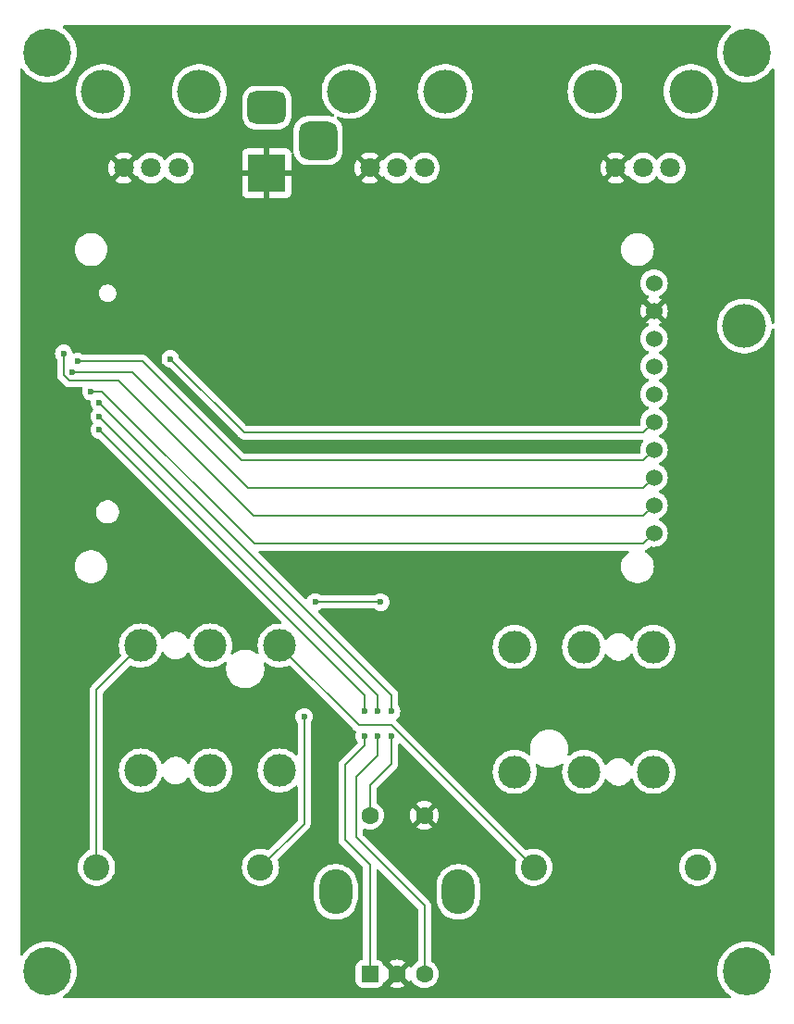
<source format=gbr>
%TF.GenerationSoftware,KiCad,Pcbnew,8.0.1*%
%TF.CreationDate,2024-04-21T18:31:03+02:00*%
%TF.ProjectId,Hypersonic_pedal_pcb,48797065-7273-46f6-9e69-635f70656461,rev?*%
%TF.SameCoordinates,Original*%
%TF.FileFunction,Copper,L1,Top*%
%TF.FilePolarity,Positive*%
%FSLAX46Y46*%
G04 Gerber Fmt 4.6, Leading zero omitted, Abs format (unit mm)*
G04 Created by KiCad (PCBNEW 8.0.1) date 2024-04-21 18:31:03*
%MOMM*%
%LPD*%
G01*
G04 APERTURE LIST*
G04 Aperture macros list*
%AMRoundRect*
0 Rectangle with rounded corners*
0 $1 Rounding radius*
0 $2 $3 $4 $5 $6 $7 $8 $9 X,Y pos of 4 corners*
0 Add a 4 corners polygon primitive as box body*
4,1,4,$2,$3,$4,$5,$6,$7,$8,$9,$2,$3,0*
0 Add four circle primitives for the rounded corners*
1,1,$1+$1,$2,$3*
1,1,$1+$1,$4,$5*
1,1,$1+$1,$6,$7*
1,1,$1+$1,$8,$9*
0 Add four rect primitives between the rounded corners*
20,1,$1+$1,$2,$3,$4,$5,0*
20,1,$1+$1,$4,$5,$6,$7,0*
20,1,$1+$1,$6,$7,$8,$9,0*
20,1,$1+$1,$8,$9,$2,$3,0*%
G04 Aperture macros list end*
%TA.AperFunction,ComponentPad*%
%ADD10C,3.000000*%
%TD*%
%TA.AperFunction,ComponentPad*%
%ADD11C,4.000000*%
%TD*%
%TA.AperFunction,ComponentPad*%
%ADD12RoundRect,0.250000X0.550000X-0.550000X0.550000X0.550000X-0.550000X0.550000X-0.550000X-0.550000X0*%
%TD*%
%TA.AperFunction,ComponentPad*%
%ADD13C,1.600000*%
%TD*%
%TA.AperFunction,ComponentPad*%
%ADD14O,3.000000X4.100000*%
%TD*%
%TA.AperFunction,ComponentPad*%
%ADD15C,1.524000*%
%TD*%
%TA.AperFunction,ComponentPad*%
%ADD16C,0.700000*%
%TD*%
%TA.AperFunction,ComponentPad*%
%ADD17C,4.400000*%
%TD*%
%TA.AperFunction,WasherPad*%
%ADD18C,4.000000*%
%TD*%
%TA.AperFunction,ComponentPad*%
%ADD19C,1.800000*%
%TD*%
%TA.AperFunction,ComponentPad*%
%ADD20R,3.500000X3.500000*%
%TD*%
%TA.AperFunction,ComponentPad*%
%ADD21RoundRect,0.750000X-1.000000X0.750000X-1.000000X-0.750000X1.000000X-0.750000X1.000000X0.750000X0*%
%TD*%
%TA.AperFunction,ComponentPad*%
%ADD22RoundRect,0.875000X-0.875000X0.875000X-0.875000X-0.875000X0.875000X-0.875000X0.875000X0.875000X0*%
%TD*%
%TA.AperFunction,ComponentPad*%
%ADD23C,2.400000*%
%TD*%
%TA.AperFunction,ViaPad*%
%ADD24C,0.600000*%
%TD*%
%TA.AperFunction,Conductor*%
%ADD25C,0.200000*%
%TD*%
G04 APERTURE END LIST*
D10*
%TO.P,J3,R*%
%TO.N,unconnected-(J3-PadR)*%
X133350000Y-142285000D03*
%TO.P,J3,RN*%
%TO.N,N/C*%
X133350000Y-130855000D03*
%TO.P,J3,S*%
%TO.N,/IN-*%
X139700000Y-142285000D03*
%TO.P,J3,SN*%
%TO.N,N/C*%
X139700000Y-130855000D03*
%TO.P,J3,T*%
%TO.N,/IN+*%
X127000000Y-142285000D03*
%TO.P,J3,TN*%
%TO.N,N/C*%
X127000000Y-130855000D03*
%TD*%
%TO.P,J2,R*%
%TO.N,unconnected-(J2-PadR)*%
X99150000Y-130715000D03*
%TO.P,J2,RN*%
%TO.N,N/C*%
X99150000Y-142145000D03*
%TO.P,J2,S*%
%TO.N,Net-(JP2-B)*%
X92800000Y-130715000D03*
%TO.P,J2,SN*%
%TO.N,N/C*%
X92800000Y-142145000D03*
%TO.P,J2,T*%
%TO.N,Net-(C1-Pad1)*%
X105500000Y-130715000D03*
%TO.P,J2,TN*%
%TO.N,N/C*%
X105500000Y-142145000D03*
%TD*%
D11*
%TO.P,J1,SH3*%
%TO.N,N/C*%
X148015000Y-101500000D03*
%TD*%
D12*
%TO.P,SW1,A,A*%
%TO.N,/D4*%
X113750000Y-160750000D03*
D13*
%TO.P,SW1,B,B*%
%TO.N,/D3*%
X118750000Y-160750000D03*
%TO.P,SW1,C,C*%
%TO.N,GND*%
X116250000Y-160750000D03*
%TO.P,SW1,S1,S1*%
%TO.N,/D2*%
X113750000Y-146250000D03*
%TO.P,SW1,S2,S2*%
%TO.N,GND*%
X118750000Y-146250000D03*
D14*
%TO.P,SW1,SH*%
%TO.N,N/C*%
X110650000Y-153250000D03*
X121850000Y-153250000D03*
%TD*%
D15*
%TO.P,J5,1,Pin_1*%
%TO.N,+3V3*%
X139750000Y-97570000D03*
%TO.P,J5,2,Pin_2*%
%TO.N,GND*%
X139750000Y-100110000D03*
%TO.P,J5,3,Pin_3*%
%TO.N,/SCLK*%
X139750000Y-102650000D03*
%TO.P,J5,4,Pin_4*%
%TO.N,/MOSI*%
X139750000Y-105190000D03*
%TO.P,J5,5,Pin_5*%
%TO.N,/MISO*%
X139750000Y-107730000D03*
%TO.P,J5,6,Pin_6*%
%TO.N,/SCREEN_CS*%
X139750000Y-110270000D03*
%TO.P,J5,7,Pin_7*%
%TO.N,/SCREEN_RES*%
X139750000Y-112810000D03*
%TO.P,J5,8,Pin_8*%
%TO.N,/SCREEN_DC*%
X139750000Y-115350000D03*
%TO.P,J5,9,Pin_9*%
%TO.N,/BLK*%
X139750000Y-117890000D03*
%TO.P,J5,10,Pin_10*%
%TO.N,/SD_CS*%
X139750000Y-120430000D03*
%TD*%
D16*
%TO.P,H4,1,1*%
%TO.N,unconnected-(H4-Pad1)*%
X82600000Y-160500000D03*
X83083274Y-159333274D03*
X83083274Y-161666726D03*
X84250000Y-158850000D03*
D17*
X84250000Y-160500000D03*
D16*
X84250000Y-162150000D03*
X85416726Y-159333274D03*
X85416726Y-161666726D03*
X85900000Y-160500000D03*
%TD*%
%TO.P,H3,1,1*%
%TO.N,unconnected-(H3-Pad1)*%
X146600000Y-160500000D03*
X147083274Y-159333274D03*
X147083274Y-161666726D03*
X148250000Y-158850000D03*
D17*
X148250000Y-160500000D03*
D16*
X148250000Y-162150000D03*
X149416726Y-159333274D03*
X149416726Y-161666726D03*
X149900000Y-160500000D03*
%TD*%
%TO.P,H2,1,1*%
%TO.N,Net-(JP5-B)*%
X82600000Y-76500000D03*
X83083274Y-75333274D03*
X83083274Y-77666726D03*
X84250000Y-74850000D03*
D17*
X84250000Y-76500000D03*
D16*
X84250000Y-78150000D03*
X85416726Y-75333274D03*
X85416726Y-77666726D03*
X85900000Y-76500000D03*
%TD*%
%TO.P,H1,1,1*%
%TO.N,unconnected-(H1-Pad1)*%
X146600000Y-76500000D03*
X147083274Y-75333274D03*
X147083274Y-77666726D03*
X148250000Y-74850000D03*
D17*
X148250000Y-76500000D03*
D16*
X148250000Y-78150000D03*
X149416726Y-75333274D03*
X149416726Y-77666726D03*
X149900000Y-76500000D03*
%TD*%
D18*
%TO.P,RV3,*%
%TO.N,*%
X134350000Y-80050000D03*
X143149999Y-80050000D03*
D19*
%TO.P,RV3,1,1*%
%TO.N,Net-(R3-Pad2)*%
X141250000Y-87050000D03*
%TO.P,RV3,2,2*%
%TO.N,/A8*%
X138750000Y-87050000D03*
%TO.P,RV3,3,3*%
%TO.N,GND*%
X136250000Y-87050000D03*
%TD*%
D18*
%TO.P,RV2,*%
%TO.N,*%
X111850000Y-80050000D03*
X120649999Y-80050000D03*
D19*
%TO.P,RV2,1,1*%
%TO.N,Net-(R2-Pad2)*%
X118750000Y-87050000D03*
%TO.P,RV2,2,2*%
%TO.N,/A7*%
X116250000Y-87050000D03*
%TO.P,RV2,3,3*%
%TO.N,GND*%
X113750000Y-87050000D03*
%TD*%
D18*
%TO.P,RV1,*%
%TO.N,*%
X89350000Y-80050000D03*
X98149999Y-80050000D03*
D19*
%TO.P,RV1,1,1*%
%TO.N,Net-(R1-Pad2)*%
X96250000Y-87050000D03*
%TO.P,RV1,2,2*%
%TO.N,/A6*%
X93750000Y-87050000D03*
%TO.P,RV1,3,3*%
%TO.N,GND*%
X91250000Y-87050000D03*
%TD*%
D20*
%TO.P,J4,1*%
%TO.N,GND*%
X104333260Y-87523514D03*
D21*
%TO.P,J4,2*%
%TO.N,+9V*%
X104333260Y-81523514D03*
D22*
%TO.P,J4,3*%
%TO.N,unconnected-(J4-Pad3)*%
X109033260Y-84523514D03*
%TD*%
D23*
%TO.P,C1,1*%
%TO.N,Net-(C1-Pad1)*%
X128750000Y-151000000D03*
%TO.P,C1,2*%
%TO.N,Net-(JP3-C)*%
X143750000Y-151000000D03*
%TD*%
%TO.P,C2,1*%
%TO.N,Net-(JP2-B)*%
X88750000Y-151000000D03*
%TO.P,C2,2*%
%TO.N,Net-(JP4-C)*%
X103750000Y-151000000D03*
%TD*%
D24*
%TO.N,GND*%
X87250000Y-145000000D03*
X90250000Y-145000000D03*
X122500000Y-112500000D03*
X122500000Y-110000000D03*
X122500000Y-123000000D03*
X115000000Y-148250000D03*
X110000000Y-148750000D03*
X113250000Y-129750000D03*
X109000000Y-136250000D03*
X138500000Y-158500000D03*
X98750000Y-158500000D03*
X84250000Y-85500000D03*
X90500000Y-116500000D03*
X89500000Y-113000000D03*
X93750000Y-99750000D03*
X94500000Y-100500000D03*
X93750000Y-101250000D03*
X82750000Y-108750000D03*
X82750000Y-110750000D03*
X82750000Y-112250000D03*
X82750000Y-116750000D03*
%TO.N,/D4*%
X113250000Y-139000000D03*
X113250000Y-136750000D03*
%TO.N,/D3*%
X114500000Y-139000000D03*
X114500000Y-136750000D03*
%TO.N,/D2*%
X115750000Y-139000000D03*
X115750000Y-136750000D03*
%TO.N,Net-(JP4-C)*%
X107750000Y-137250000D03*
%TO.N,/D4*%
X89000000Y-111000000D03*
%TO.N,/D3*%
X89000000Y-109750000D03*
%TO.N,/D2*%
X89000000Y-108500000D03*
%TO.N,/HP+*%
X114750000Y-126750000D03*
X108750000Y-126750000D03*
%TO.N,/SCREEN_RES*%
X87000000Y-104750000D03*
%TO.N,/SCREEN_DC*%
X86500000Y-105750000D03*
%TO.N,/BLK*%
X85750000Y-104000000D03*
%TO.N,/SD_CS*%
X88250000Y-107500000D03*
%TO.N,/SCREEN_CS*%
X95500000Y-104500000D03*
%TD*%
D25*
%TO.N,/HP+*%
X114750000Y-126750000D02*
X108750000Y-126750000D01*
%TO.N,/SD_CS*%
X138750000Y-121430000D02*
X139750000Y-120430000D01*
X89250000Y-107500000D02*
X103180000Y-121430000D01*
%TO.N,/BLK*%
X138750000Y-118890000D02*
X139750000Y-117890000D01*
%TO.N,/SD_CS*%
X88250000Y-107500000D02*
X89250000Y-107500000D01*
%TO.N,/BLK*%
X103140000Y-118890000D02*
X138750000Y-118890000D01*
X90750000Y-106500000D02*
X103140000Y-118890000D01*
X86250000Y-106500000D02*
X90750000Y-106500000D01*
X85750000Y-104000000D02*
X85750000Y-106000000D01*
%TO.N,/SCREEN_DC*%
X138750000Y-116350000D02*
X139750000Y-115350000D01*
X92000000Y-105750000D02*
X102600000Y-116350000D01*
X102600000Y-116350000D02*
X138750000Y-116350000D01*
%TO.N,/SCREEN_RES*%
X138750000Y-113810000D02*
X139750000Y-112810000D01*
%TO.N,/SCREEN_DC*%
X86500000Y-105750000D02*
X92000000Y-105750000D01*
%TO.N,/SCREEN_CS*%
X138750000Y-111270000D02*
X102270000Y-111270000D01*
X139750000Y-110270000D02*
X138750000Y-111270000D01*
%TO.N,/SCREEN_RES*%
X102060000Y-113810000D02*
X138750000Y-113810000D01*
%TO.N,/SD_CS*%
X103180000Y-121430000D02*
X138750000Y-121430000D01*
%TO.N,/SCREEN_CS*%
X102270000Y-111270000D02*
X95500000Y-104500000D01*
%TO.N,/SCREEN_RES*%
X87000000Y-104750000D02*
X93000000Y-104750000D01*
%TO.N,/BLK*%
X85750000Y-106000000D02*
X86250000Y-106500000D01*
%TO.N,/SCREEN_RES*%
X93000000Y-104750000D02*
X102060000Y-113810000D01*
%TO.N,/D4*%
X113750000Y-150750000D02*
X113750000Y-160750000D01*
X111500000Y-148500000D02*
X113750000Y-150750000D01*
X111500000Y-141625000D02*
X111500000Y-148500000D01*
X113250000Y-139875000D02*
X111500000Y-141625000D01*
X113250000Y-139000000D02*
X113250000Y-139875000D01*
%TO.N,/D3*%
X118750000Y-154500000D02*
X118750000Y-160750000D01*
X112500000Y-148250000D02*
X118750000Y-154500000D01*
X112500000Y-142750000D02*
X112500000Y-148250000D01*
X114500000Y-139000000D02*
X114500000Y-140750000D01*
X114500000Y-140750000D02*
X112500000Y-142750000D01*
%TO.N,/D2*%
X113750000Y-143500000D02*
X113750000Y-146250000D01*
X115750000Y-141500000D02*
X113750000Y-143500000D01*
X115750000Y-139000000D02*
X115750000Y-141500000D01*
%TO.N,/D4*%
X113250000Y-136750000D02*
X113250000Y-135250000D01*
X113250000Y-135250000D02*
X89000000Y-111000000D01*
%TO.N,/D3*%
X114500000Y-135250000D02*
X89000000Y-109750000D01*
X114500000Y-136750000D02*
X114500000Y-135250000D01*
%TO.N,/D2*%
X115750000Y-135250000D02*
X89000000Y-108500000D01*
X115750000Y-136750000D02*
X115750000Y-135250000D01*
%TO.N,Net-(C1-Pad1)*%
X105500000Y-130750000D02*
X105500000Y-130715000D01*
X115750000Y-138000000D02*
X112750000Y-138000000D01*
X128750000Y-151000000D02*
X115750000Y-138000000D01*
X112750000Y-138000000D02*
X105500000Y-130750000D01*
%TO.N,Net-(JP4-C)*%
X107750000Y-137250000D02*
X107750000Y-147000000D01*
X107750000Y-147000000D02*
X103750000Y-151000000D01*
%TO.N,Net-(JP2-B)*%
X88750000Y-151000000D02*
X88750000Y-134765000D01*
X88750000Y-134765000D02*
X92800000Y-130715000D01*
%TD*%
%TA.AperFunction,Conductor*%
%TO.N,GND*%
G36*
X114555703Y-151155384D02*
G01*
X114562181Y-151161416D01*
X118113181Y-154712416D01*
X118146666Y-154773739D01*
X118149500Y-154800097D01*
X118149500Y-159518306D01*
X118129815Y-159585345D01*
X118096623Y-159619881D01*
X117910859Y-159749953D01*
X117749954Y-159910858D01*
X117619432Y-160097265D01*
X117619429Y-160097270D01*
X117612104Y-160112979D01*
X117565929Y-160165417D01*
X117498735Y-160184566D01*
X117431855Y-160164347D01*
X117387341Y-160112973D01*
X117380133Y-160097515D01*
X117380132Y-160097513D01*
X117329025Y-160024526D01*
X116732962Y-160620589D01*
X116715925Y-160557007D01*
X116650099Y-160442993D01*
X116557007Y-160349901D01*
X116442993Y-160284075D01*
X116379410Y-160267037D01*
X116975472Y-159670974D01*
X116902478Y-159619863D01*
X116696331Y-159523735D01*
X116696317Y-159523730D01*
X116476610Y-159464860D01*
X116476599Y-159464858D01*
X116250002Y-159445034D01*
X116249998Y-159445034D01*
X116023400Y-159464858D01*
X116023389Y-159464860D01*
X115803682Y-159523730D01*
X115803673Y-159523734D01*
X115597516Y-159619866D01*
X115597512Y-159619868D01*
X115524526Y-159670973D01*
X115524526Y-159670974D01*
X116120590Y-160267037D01*
X116057007Y-160284075D01*
X115942993Y-160349901D01*
X115849901Y-160442993D01*
X115784075Y-160557007D01*
X115767037Y-160620589D01*
X115170974Y-160024526D01*
X115134059Y-160027756D01*
X115065559Y-160013989D01*
X115015376Y-159965374D01*
X115005546Y-159943232D01*
X114984814Y-159880666D01*
X114892712Y-159731344D01*
X114768656Y-159607288D01*
X114660600Y-159540639D01*
X114619336Y-159515187D01*
X114619331Y-159515185D01*
X114452795Y-159460000D01*
X114448533Y-159459088D01*
X114387102Y-159425801D01*
X114353419Y-159364586D01*
X114350500Y-159337837D01*
X114350500Y-151249097D01*
X114370185Y-151182058D01*
X114422989Y-151136303D01*
X114492147Y-151126359D01*
X114555703Y-151155384D01*
G37*
%TD.AperFunction*%
%TA.AperFunction,Conductor*%
G36*
X146786914Y-74020185D02*
G01*
X146832669Y-74072989D01*
X146842613Y-74142147D01*
X146813588Y-74205703D01*
X146784026Y-74230615D01*
X146754913Y-74248215D01*
X146713131Y-74273473D01*
X146455960Y-74474954D01*
X146224954Y-74705960D01*
X146023473Y-74963131D01*
X145854454Y-75242723D01*
X145854453Y-75242725D01*
X145720372Y-75540642D01*
X145720366Y-75540657D01*
X145623178Y-75852547D01*
X145564289Y-76173900D01*
X145544564Y-76500000D01*
X145564289Y-76826099D01*
X145623178Y-77147452D01*
X145720366Y-77459342D01*
X145720370Y-77459354D01*
X145720373Y-77459361D01*
X145854455Y-77757279D01*
X145870008Y-77783006D01*
X146023473Y-78036868D01*
X146224954Y-78294039D01*
X146455960Y-78525045D01*
X146713131Y-78726526D01*
X146713134Y-78726528D01*
X146713137Y-78726530D01*
X146992721Y-78895545D01*
X147290639Y-79029627D01*
X147290652Y-79029631D01*
X147290657Y-79029633D01*
X147602547Y-79126821D01*
X147923896Y-79185710D01*
X148250000Y-79205436D01*
X148576104Y-79185710D01*
X148897453Y-79126821D01*
X149209361Y-79029627D01*
X149507279Y-78895545D01*
X149786863Y-78726530D01*
X150044036Y-78525048D01*
X150275048Y-78294036D01*
X150476530Y-78036863D01*
X150519383Y-77965974D01*
X150570911Y-77918788D01*
X150639770Y-77906949D01*
X150704099Y-77934218D01*
X150743473Y-77991936D01*
X150749500Y-78030125D01*
X150749500Y-101194989D01*
X150729815Y-101262028D01*
X150677011Y-101307783D01*
X150607853Y-101317727D01*
X150544297Y-101288702D01*
X150506523Y-101229924D01*
X150501745Y-101202775D01*
X150500689Y-101185995D01*
X150500688Y-101185988D01*
X150500688Y-101185985D01*
X150441731Y-100876921D01*
X150344503Y-100577685D01*
X150210537Y-100292993D01*
X150132004Y-100169244D01*
X150041948Y-100027338D01*
X150041945Y-100027334D01*
X149841393Y-99784909D01*
X149841391Y-99784907D01*
X149726194Y-99676729D01*
X149612030Y-99569522D01*
X149612027Y-99569520D01*
X149612021Y-99569515D01*
X149357495Y-99384591D01*
X149357488Y-99384586D01*
X149357484Y-99384584D01*
X149081766Y-99233006D01*
X149081763Y-99233004D01*
X149081758Y-99233002D01*
X149081757Y-99233001D01*
X148789228Y-99117181D01*
X148789225Y-99117180D01*
X148484476Y-99038934D01*
X148484463Y-99038932D01*
X148172329Y-98999500D01*
X148172318Y-98999500D01*
X147857682Y-98999500D01*
X147857670Y-98999500D01*
X147545536Y-99038932D01*
X147545523Y-99038934D01*
X147240774Y-99117180D01*
X147240771Y-99117181D01*
X146948242Y-99233001D01*
X146948241Y-99233002D01*
X146672516Y-99384584D01*
X146672504Y-99384591D01*
X146417978Y-99569515D01*
X146417968Y-99569523D01*
X146188608Y-99784907D01*
X146188606Y-99784909D01*
X145988054Y-100027334D01*
X145988051Y-100027338D01*
X145819464Y-100292990D01*
X145819461Y-100292996D01*
X145685499Y-100577678D01*
X145685497Y-100577683D01*
X145588270Y-100876916D01*
X145529311Y-101185988D01*
X145529310Y-101185995D01*
X145509556Y-101499994D01*
X145509556Y-101500005D01*
X145529310Y-101814004D01*
X145529311Y-101814011D01*
X145533388Y-101835381D01*
X145567907Y-102016340D01*
X145588270Y-102123083D01*
X145685497Y-102422316D01*
X145685499Y-102422321D01*
X145819461Y-102707003D01*
X145819464Y-102707009D01*
X145988051Y-102972661D01*
X145988054Y-102972665D01*
X146188606Y-103215090D01*
X146188608Y-103215092D01*
X146417968Y-103430476D01*
X146417978Y-103430484D01*
X146672504Y-103615408D01*
X146672509Y-103615410D01*
X146672516Y-103615416D01*
X146948234Y-103766994D01*
X146948239Y-103766996D01*
X146948241Y-103766997D01*
X146948242Y-103766998D01*
X147240771Y-103882818D01*
X147240774Y-103882819D01*
X147545523Y-103961065D01*
X147545527Y-103961066D01*
X147611010Y-103969338D01*
X147857670Y-104000499D01*
X147857679Y-104000499D01*
X147857682Y-104000500D01*
X147857684Y-104000500D01*
X148172316Y-104000500D01*
X148172318Y-104000500D01*
X148172321Y-104000499D01*
X148172329Y-104000499D01*
X148392213Y-103972721D01*
X148484473Y-103961066D01*
X148789225Y-103882819D01*
X148789228Y-103882818D01*
X149081757Y-103766998D01*
X149081758Y-103766997D01*
X149081756Y-103766997D01*
X149081766Y-103766994D01*
X149357484Y-103615416D01*
X149612030Y-103430478D01*
X149841390Y-103215094D01*
X150041947Y-102972663D01*
X150210537Y-102707007D01*
X150344503Y-102422315D01*
X150441731Y-102123079D01*
X150500688Y-101814015D01*
X150501255Y-101805010D01*
X150501745Y-101797224D01*
X150525600Y-101731553D01*
X150581172Y-101689204D01*
X150650819Y-101683622D01*
X150712426Y-101716580D01*
X150746436Y-101777614D01*
X150749500Y-101805010D01*
X150749500Y-158969874D01*
X150729815Y-159036913D01*
X150677011Y-159082668D01*
X150607853Y-159092612D01*
X150544297Y-159063587D01*
X150519384Y-159034025D01*
X150476528Y-158963134D01*
X150275045Y-158705960D01*
X150044039Y-158474954D01*
X149786868Y-158273473D01*
X149779306Y-158268901D01*
X149507279Y-158104455D01*
X149209361Y-157970373D01*
X149209354Y-157970370D01*
X149209342Y-157970366D01*
X148897452Y-157873178D01*
X148576099Y-157814289D01*
X148250000Y-157794564D01*
X147923900Y-157814289D01*
X147602547Y-157873178D01*
X147290657Y-157970366D01*
X147290641Y-157970372D01*
X147290639Y-157970373D01*
X147100933Y-158055752D01*
X146992725Y-158104453D01*
X146992723Y-158104454D01*
X146713131Y-158273473D01*
X146455960Y-158474954D01*
X146224954Y-158705960D01*
X146023473Y-158963131D01*
X145896708Y-159172825D01*
X145854455Y-159242721D01*
X145727982Y-159523734D01*
X145720372Y-159540642D01*
X145720366Y-159540657D01*
X145623178Y-159852547D01*
X145564289Y-160173900D01*
X145544564Y-160500000D01*
X145564289Y-160826099D01*
X145623178Y-161147452D01*
X145720366Y-161459342D01*
X145720370Y-161459354D01*
X145720373Y-161459361D01*
X145854455Y-161757279D01*
X145986837Y-161976264D01*
X146023473Y-162036868D01*
X146224954Y-162294039D01*
X146455960Y-162525045D01*
X146713131Y-162726526D01*
X146713134Y-162726528D01*
X146713137Y-162726530D01*
X146784025Y-162769383D01*
X146831212Y-162820911D01*
X146843051Y-162889770D01*
X146815782Y-162954099D01*
X146758064Y-162993473D01*
X146719875Y-162999500D01*
X85780125Y-162999500D01*
X85713086Y-162979815D01*
X85667331Y-162927011D01*
X85657387Y-162857853D01*
X85686412Y-162794297D01*
X85715973Y-162769384D01*
X85786863Y-162726530D01*
X86044036Y-162525048D01*
X86275048Y-162294036D01*
X86476530Y-162036863D01*
X86645545Y-161757279D01*
X86779627Y-161459361D01*
X86876821Y-161147453D01*
X86935710Y-160826104D01*
X86955436Y-160500000D01*
X86935710Y-160173896D01*
X86876821Y-159852547D01*
X86779627Y-159540639D01*
X86645545Y-159242721D01*
X86476530Y-158963137D01*
X86476528Y-158963134D01*
X86476526Y-158963131D01*
X86275045Y-158705960D01*
X86044039Y-158474954D01*
X85786868Y-158273473D01*
X85779306Y-158268901D01*
X85507279Y-158104455D01*
X85209361Y-157970373D01*
X85209354Y-157970370D01*
X85209342Y-157970366D01*
X84897452Y-157873178D01*
X84576099Y-157814289D01*
X84250000Y-157794564D01*
X83923900Y-157814289D01*
X83602547Y-157873178D01*
X83290657Y-157970366D01*
X83290641Y-157970372D01*
X83290639Y-157970373D01*
X83100933Y-158055752D01*
X82992725Y-158104453D01*
X82992723Y-158104454D01*
X82713131Y-158273473D01*
X82455960Y-158474954D01*
X82224954Y-158705960D01*
X82023471Y-158963134D01*
X81980616Y-159034025D01*
X81929088Y-159081212D01*
X81860229Y-159093050D01*
X81795900Y-159065781D01*
X81756527Y-159008062D01*
X81750500Y-158969874D01*
X81750500Y-153931127D01*
X108649500Y-153931127D01*
X108675853Y-154131284D01*
X108683730Y-154191116D01*
X108704389Y-154268216D01*
X108751602Y-154444418D01*
X108751605Y-154444428D01*
X108851953Y-154686690D01*
X108851958Y-154686700D01*
X108983075Y-154913803D01*
X109142718Y-155121851D01*
X109142726Y-155121860D01*
X109328140Y-155307274D01*
X109328148Y-155307281D01*
X109536196Y-155466924D01*
X109763299Y-155598041D01*
X109763309Y-155598046D01*
X110005571Y-155698394D01*
X110005581Y-155698398D01*
X110258884Y-155766270D01*
X110518880Y-155800500D01*
X110518887Y-155800500D01*
X110781113Y-155800500D01*
X110781120Y-155800500D01*
X111041116Y-155766270D01*
X111294419Y-155698398D01*
X111536697Y-155598043D01*
X111763803Y-155466924D01*
X111971851Y-155307282D01*
X111971855Y-155307277D01*
X111971860Y-155307274D01*
X112157274Y-155121860D01*
X112157277Y-155121855D01*
X112157282Y-155121851D01*
X112316924Y-154913803D01*
X112448043Y-154686697D01*
X112548398Y-154444419D01*
X112616270Y-154191116D01*
X112650500Y-153931120D01*
X112650500Y-152568880D01*
X112616270Y-152308884D01*
X112548398Y-152055581D01*
X112548394Y-152055571D01*
X112448046Y-151813309D01*
X112448041Y-151813299D01*
X112316924Y-151586196D01*
X112157281Y-151378148D01*
X112157274Y-151378140D01*
X111971860Y-151192726D01*
X111971851Y-151192718D01*
X111763803Y-151033075D01*
X111536700Y-150901958D01*
X111536690Y-150901953D01*
X111294428Y-150801605D01*
X111294421Y-150801603D01*
X111294419Y-150801602D01*
X111041116Y-150733730D01*
X110983339Y-150726123D01*
X110781127Y-150699500D01*
X110781120Y-150699500D01*
X110518880Y-150699500D01*
X110518872Y-150699500D01*
X110287772Y-150729926D01*
X110258884Y-150733730D01*
X110005581Y-150801602D01*
X110005571Y-150801605D01*
X109763309Y-150901953D01*
X109763299Y-150901958D01*
X109536196Y-151033075D01*
X109328148Y-151192718D01*
X109142718Y-151378148D01*
X108983075Y-151586196D01*
X108851958Y-151813299D01*
X108851953Y-151813309D01*
X108751605Y-152055571D01*
X108751602Y-152055581D01*
X108683730Y-152308885D01*
X108649500Y-152568872D01*
X108649500Y-153931127D01*
X81750500Y-153931127D01*
X81750500Y-123500005D01*
X86744357Y-123500005D01*
X86764890Y-123747812D01*
X86764892Y-123747824D01*
X86825936Y-123988881D01*
X86925826Y-124216606D01*
X87061833Y-124424782D01*
X87061836Y-124424785D01*
X87230256Y-124607738D01*
X87426491Y-124760474D01*
X87645190Y-124878828D01*
X87880386Y-124959571D01*
X88125665Y-125000500D01*
X88374335Y-125000500D01*
X88619614Y-124959571D01*
X88854810Y-124878828D01*
X89073509Y-124760474D01*
X89269744Y-124607738D01*
X89438164Y-124424785D01*
X89574173Y-124216607D01*
X89674063Y-123988881D01*
X89735108Y-123747821D01*
X89735109Y-123747812D01*
X89755643Y-123500005D01*
X89755643Y-123499994D01*
X89735109Y-123252187D01*
X89735107Y-123252175D01*
X89674063Y-123011118D01*
X89574173Y-122783393D01*
X89438166Y-122575217D01*
X89416557Y-122551744D01*
X89269744Y-122392262D01*
X89073509Y-122239526D01*
X89073507Y-122239525D01*
X89073506Y-122239524D01*
X88854811Y-122121172D01*
X88854802Y-122121169D01*
X88619616Y-122040429D01*
X88374335Y-121999500D01*
X88125665Y-121999500D01*
X87880383Y-122040429D01*
X87645197Y-122121169D01*
X87645188Y-122121172D01*
X87426493Y-122239524D01*
X87230257Y-122392261D01*
X87061833Y-122575217D01*
X86925826Y-122783393D01*
X86825936Y-123011118D01*
X86764892Y-123252175D01*
X86764890Y-123252187D01*
X86744357Y-123499994D01*
X86744357Y-123500005D01*
X81750500Y-123500005D01*
X81750500Y-118603469D01*
X88714500Y-118603469D01*
X88754868Y-118806412D01*
X88754870Y-118806420D01*
X88834058Y-118997596D01*
X88949024Y-119169657D01*
X89095342Y-119315975D01*
X89095345Y-119315977D01*
X89267402Y-119430941D01*
X89458580Y-119510130D01*
X89661530Y-119550499D01*
X89661534Y-119550500D01*
X89661535Y-119550500D01*
X89868466Y-119550500D01*
X89868467Y-119550499D01*
X90071420Y-119510130D01*
X90262598Y-119430941D01*
X90434655Y-119315977D01*
X90580977Y-119169655D01*
X90695941Y-118997598D01*
X90775130Y-118806420D01*
X90815500Y-118603465D01*
X90815500Y-118396535D01*
X90775130Y-118193580D01*
X90695941Y-118002402D01*
X90580977Y-117830345D01*
X90580975Y-117830342D01*
X90434657Y-117684024D01*
X90348626Y-117626541D01*
X90262598Y-117569059D01*
X90071420Y-117489870D01*
X90071412Y-117489868D01*
X89868469Y-117449500D01*
X89868465Y-117449500D01*
X89661535Y-117449500D01*
X89661530Y-117449500D01*
X89458587Y-117489868D01*
X89458579Y-117489870D01*
X89267403Y-117569058D01*
X89095342Y-117684024D01*
X88949024Y-117830342D01*
X88834058Y-118002403D01*
X88754870Y-118193579D01*
X88754868Y-118193587D01*
X88714500Y-118396530D01*
X88714500Y-118603469D01*
X81750500Y-118603469D01*
X81750500Y-104000003D01*
X84944435Y-104000003D01*
X84964630Y-104179249D01*
X84964631Y-104179254D01*
X85024211Y-104349523D01*
X85084515Y-104445496D01*
X85118760Y-104499996D01*
X85120185Y-104502263D01*
X85122445Y-104505097D01*
X85123334Y-104507275D01*
X85123889Y-104508158D01*
X85123734Y-104508255D01*
X85148855Y-104569783D01*
X85149500Y-104582412D01*
X85149500Y-105913330D01*
X85149499Y-105913348D01*
X85149499Y-106079054D01*
X85149498Y-106079054D01*
X85149499Y-106079057D01*
X85190423Y-106231785D01*
X85202246Y-106252262D01*
X85269480Y-106368716D01*
X85381284Y-106480520D01*
X85381285Y-106480521D01*
X85881284Y-106980520D01*
X85881286Y-106980521D01*
X85881290Y-106980524D01*
X86018209Y-107059573D01*
X86018216Y-107059577D01*
X86170943Y-107100501D01*
X86170945Y-107100501D01*
X86336654Y-107100501D01*
X86336670Y-107100500D01*
X87366937Y-107100500D01*
X87433976Y-107120185D01*
X87479731Y-107172989D01*
X87489675Y-107242147D01*
X87483978Y-107265455D01*
X87464633Y-107320737D01*
X87464630Y-107320750D01*
X87444435Y-107499996D01*
X87444435Y-107500003D01*
X87464630Y-107679249D01*
X87464631Y-107679254D01*
X87524211Y-107849523D01*
X87620184Y-108002262D01*
X87747738Y-108129816D01*
X87900478Y-108225789D01*
X88070745Y-108285368D01*
X88093543Y-108287936D01*
X88157956Y-108315002D01*
X88197512Y-108372597D01*
X88202880Y-108425040D01*
X88194435Y-108499995D01*
X88194435Y-108500003D01*
X88214630Y-108679249D01*
X88214631Y-108679254D01*
X88274211Y-108849523D01*
X88370184Y-109002262D01*
X88405241Y-109037319D01*
X88438726Y-109098642D01*
X88433742Y-109168334D01*
X88405241Y-109212681D01*
X88370184Y-109247737D01*
X88274211Y-109400476D01*
X88214631Y-109570745D01*
X88214630Y-109570750D01*
X88194435Y-109749996D01*
X88194435Y-109750003D01*
X88214630Y-109929249D01*
X88214631Y-109929254D01*
X88274211Y-110099523D01*
X88370184Y-110252262D01*
X88405241Y-110287319D01*
X88438726Y-110348642D01*
X88433742Y-110418334D01*
X88405241Y-110462681D01*
X88370184Y-110497737D01*
X88274211Y-110650476D01*
X88214631Y-110820745D01*
X88214630Y-110820750D01*
X88194435Y-110999996D01*
X88194435Y-111000003D01*
X88214630Y-111179249D01*
X88214631Y-111179254D01*
X88274211Y-111349523D01*
X88285529Y-111367535D01*
X88370184Y-111502262D01*
X88497738Y-111629816D01*
X88650478Y-111725789D01*
X88820745Y-111785368D01*
X88907669Y-111795161D01*
X88972080Y-111822226D01*
X88981465Y-111830700D01*
X105652815Y-128502050D01*
X105686300Y-128563373D01*
X105681316Y-128633065D01*
X105639444Y-128688998D01*
X105573980Y-128713415D01*
X105556289Y-128713415D01*
X105500003Y-128709390D01*
X105499999Y-128709390D01*
X105214566Y-128729804D01*
X104934962Y-128790628D01*
X104666833Y-128890635D01*
X104415690Y-129027770D01*
X104415682Y-129027775D01*
X104186612Y-129199254D01*
X104186594Y-129199270D01*
X103984270Y-129401594D01*
X103984254Y-129401612D01*
X103812775Y-129630682D01*
X103812770Y-129630690D01*
X103675635Y-129881833D01*
X103575628Y-130149962D01*
X103514804Y-130429566D01*
X103494390Y-130714998D01*
X103494390Y-130715001D01*
X103514804Y-131000433D01*
X103575629Y-131280040D01*
X103575629Y-131280042D01*
X103580949Y-131294305D01*
X103585931Y-131363997D01*
X103552444Y-131425319D01*
X103491120Y-131458802D01*
X103421429Y-131453815D01*
X103389279Y-131436010D01*
X103324617Y-131386392D01*
X103125890Y-131271657D01*
X103125876Y-131271650D01*
X102913887Y-131183842D01*
X102802144Y-131153901D01*
X102692238Y-131124452D01*
X102654215Y-131119446D01*
X102464741Y-131094500D01*
X102464734Y-131094500D01*
X102235266Y-131094500D01*
X102235258Y-131094500D01*
X102018715Y-131123009D01*
X102007762Y-131124452D01*
X101914076Y-131149554D01*
X101786112Y-131183842D01*
X101574123Y-131271650D01*
X101574109Y-131271657D01*
X101375387Y-131386389D01*
X101258825Y-131475831D01*
X101242046Y-131488707D01*
X101240672Y-131489761D01*
X101175502Y-131514955D01*
X101107058Y-131500917D01*
X101057068Y-131452103D01*
X101041404Y-131384011D01*
X101049004Y-131348051D01*
X101053495Y-131336010D01*
X101074369Y-131280046D01*
X101135196Y-131000428D01*
X101155610Y-130715000D01*
X101135196Y-130429572D01*
X101108745Y-130307980D01*
X101074371Y-130149962D01*
X101074370Y-130149960D01*
X101074369Y-130149954D01*
X100974367Y-129881839D01*
X100913670Y-129770682D01*
X100837229Y-129630690D01*
X100837224Y-129630682D01*
X100665745Y-129401612D01*
X100665729Y-129401594D01*
X100463405Y-129199270D01*
X100463387Y-129199254D01*
X100234317Y-129027775D01*
X100234309Y-129027770D01*
X99983166Y-128890635D01*
X99983167Y-128890635D01*
X99872585Y-128849390D01*
X99715046Y-128790631D01*
X99715043Y-128790630D01*
X99715037Y-128790628D01*
X99435433Y-128729804D01*
X99150001Y-128709390D01*
X99149999Y-128709390D01*
X98864566Y-128729804D01*
X98584962Y-128790628D01*
X98316833Y-128890635D01*
X98065690Y-129027770D01*
X98065682Y-129027775D01*
X97836612Y-129199254D01*
X97836594Y-129199270D01*
X97634270Y-129401594D01*
X97634254Y-129401612D01*
X97462775Y-129630682D01*
X97462770Y-129630690D01*
X97325635Y-129881833D01*
X97275671Y-130015793D01*
X97233799Y-130071726D01*
X97168335Y-130096143D01*
X97100062Y-130081291D01*
X97059171Y-130045345D01*
X97022798Y-129995283D01*
X96953828Y-129900354D01*
X96814646Y-129761172D01*
X96655405Y-129645476D01*
X96574985Y-129604500D01*
X96480029Y-129556117D01*
X96292826Y-129495290D01*
X96098422Y-129464500D01*
X96098417Y-129464500D01*
X95901583Y-129464500D01*
X95901578Y-129464500D01*
X95707173Y-129495290D01*
X95519970Y-129556117D01*
X95344594Y-129645476D01*
X95274895Y-129696116D01*
X95185354Y-129761172D01*
X95185352Y-129761174D01*
X95185351Y-129761174D01*
X95046174Y-129900351D01*
X95046174Y-129900352D01*
X95046172Y-129900354D01*
X95005268Y-129956652D01*
X94930475Y-130059595D01*
X94920094Y-130079969D01*
X94872118Y-130130763D01*
X94804296Y-130147556D01*
X94738162Y-130125016D01*
X94694712Y-130070299D01*
X94693447Y-130067051D01*
X94624367Y-129881839D01*
X94563670Y-129770682D01*
X94487229Y-129630690D01*
X94487224Y-129630682D01*
X94315745Y-129401612D01*
X94315729Y-129401594D01*
X94113405Y-129199270D01*
X94113387Y-129199254D01*
X93884317Y-129027775D01*
X93884309Y-129027770D01*
X93633166Y-128890635D01*
X93633167Y-128890635D01*
X93522585Y-128849390D01*
X93365046Y-128790631D01*
X93365043Y-128790630D01*
X93365037Y-128790628D01*
X93085433Y-128729804D01*
X92800001Y-128709390D01*
X92799999Y-128709390D01*
X92514566Y-128729804D01*
X92234962Y-128790628D01*
X91966833Y-128890635D01*
X91715690Y-129027770D01*
X91715682Y-129027775D01*
X91486612Y-129199254D01*
X91486594Y-129199270D01*
X91284270Y-129401594D01*
X91284254Y-129401612D01*
X91112775Y-129630682D01*
X91112770Y-129630690D01*
X90975635Y-129881833D01*
X90875628Y-130149962D01*
X90814804Y-130429566D01*
X90794390Y-130714998D01*
X90794390Y-130715001D01*
X90814804Y-131000433D01*
X90875628Y-131280037D01*
X90875630Y-131280042D01*
X90875631Y-131280046D01*
X90968728Y-131529647D01*
X90975634Y-131548163D01*
X90981288Y-131558517D01*
X90996140Y-131626790D01*
X90971724Y-131692254D01*
X90960137Y-131705626D01*
X88381286Y-134284478D01*
X88269481Y-134396282D01*
X88269479Y-134396285D01*
X88219361Y-134483094D01*
X88219359Y-134483096D01*
X88190425Y-134533209D01*
X88190424Y-134533210D01*
X88190423Y-134533215D01*
X88149499Y-134685943D01*
X88149499Y-134685945D01*
X88149499Y-134854046D01*
X88149500Y-134854059D01*
X88149500Y-149323859D01*
X88129815Y-149390898D01*
X88079302Y-149435579D01*
X87897370Y-149523192D01*
X87686782Y-149666768D01*
X87499952Y-149840121D01*
X87499950Y-149840123D01*
X87341041Y-150039388D01*
X87213608Y-150260109D01*
X87120492Y-150497362D01*
X87120490Y-150497369D01*
X87063777Y-150745845D01*
X87044732Y-150999995D01*
X87044732Y-151000004D01*
X87063777Y-151254154D01*
X87063778Y-151254157D01*
X87120492Y-151502637D01*
X87213607Y-151739888D01*
X87341041Y-151960612D01*
X87499950Y-152159877D01*
X87686783Y-152333232D01*
X87897366Y-152476805D01*
X87897371Y-152476807D01*
X87897372Y-152476808D01*
X87897373Y-152476809D01*
X88019328Y-152535538D01*
X88126992Y-152587387D01*
X88126993Y-152587387D01*
X88126996Y-152587389D01*
X88370542Y-152662513D01*
X88622565Y-152700500D01*
X88877435Y-152700500D01*
X89129458Y-152662513D01*
X89373004Y-152587389D01*
X89602634Y-152476805D01*
X89813217Y-152333232D01*
X90000050Y-152159877D01*
X90158959Y-151960612D01*
X90286393Y-151739888D01*
X90379508Y-151502637D01*
X90436222Y-151254157D01*
X90451514Y-151050097D01*
X90455268Y-151000004D01*
X102044732Y-151000004D01*
X102063777Y-151254154D01*
X102063778Y-151254157D01*
X102120492Y-151502637D01*
X102213607Y-151739888D01*
X102341041Y-151960612D01*
X102499950Y-152159877D01*
X102686783Y-152333232D01*
X102897366Y-152476805D01*
X102897371Y-152476807D01*
X102897372Y-152476808D01*
X102897373Y-152476809D01*
X103019328Y-152535538D01*
X103126992Y-152587387D01*
X103126993Y-152587387D01*
X103126996Y-152587389D01*
X103370542Y-152662513D01*
X103622565Y-152700500D01*
X103877435Y-152700500D01*
X104129458Y-152662513D01*
X104373004Y-152587389D01*
X104602634Y-152476805D01*
X104813217Y-152333232D01*
X105000050Y-152159877D01*
X105158959Y-151960612D01*
X105286393Y-151739888D01*
X105379508Y-151502637D01*
X105436222Y-151254157D01*
X105451514Y-151050097D01*
X105455268Y-151000004D01*
X105455268Y-150999995D01*
X105436222Y-150745845D01*
X105433457Y-150733730D01*
X105379508Y-150497363D01*
X105330916Y-150373553D01*
X105324747Y-150303956D01*
X105357185Y-150242073D01*
X105358603Y-150240630D01*
X108118713Y-147480521D01*
X108118716Y-147480520D01*
X108230520Y-147368716D01*
X108280639Y-147281904D01*
X108309577Y-147231785D01*
X108350500Y-147079058D01*
X108350500Y-146920943D01*
X108350500Y-137832412D01*
X108370185Y-137765373D01*
X108377555Y-137755097D01*
X108379810Y-137752267D01*
X108379816Y-137752262D01*
X108475789Y-137599522D01*
X108535368Y-137429255D01*
X108538721Y-137399500D01*
X108555565Y-137250003D01*
X108555565Y-137249996D01*
X108535369Y-137070750D01*
X108535368Y-137070745D01*
X108475789Y-136900478D01*
X108379816Y-136747738D01*
X108252262Y-136620184D01*
X108187823Y-136579694D01*
X108099523Y-136524211D01*
X107929254Y-136464631D01*
X107929249Y-136464630D01*
X107750004Y-136444435D01*
X107749996Y-136444435D01*
X107570750Y-136464630D01*
X107570745Y-136464631D01*
X107400476Y-136524211D01*
X107247737Y-136620184D01*
X107120184Y-136747737D01*
X107024211Y-136900476D01*
X106964631Y-137070745D01*
X106964630Y-137070750D01*
X106944435Y-137249996D01*
X106944435Y-137250003D01*
X106964630Y-137429249D01*
X106964631Y-137429254D01*
X107024211Y-137599523D01*
X107120185Y-137752263D01*
X107122445Y-137755097D01*
X107123334Y-137757275D01*
X107123889Y-137758158D01*
X107123734Y-137758255D01*
X107148855Y-137819783D01*
X107149500Y-137832412D01*
X107149500Y-140666003D01*
X107129815Y-140733042D01*
X107077011Y-140778797D01*
X107007853Y-140788741D01*
X106944297Y-140759716D01*
X106937819Y-140753684D01*
X106813405Y-140629270D01*
X106813387Y-140629254D01*
X106584317Y-140457775D01*
X106584309Y-140457770D01*
X106333166Y-140320635D01*
X106333167Y-140320635D01*
X106222585Y-140279390D01*
X106065046Y-140220631D01*
X106065043Y-140220630D01*
X106065037Y-140220628D01*
X105785433Y-140159804D01*
X105500001Y-140139390D01*
X105499999Y-140139390D01*
X105214566Y-140159804D01*
X104934962Y-140220628D01*
X104666833Y-140320635D01*
X104415690Y-140457770D01*
X104415682Y-140457775D01*
X104186612Y-140629254D01*
X104186594Y-140629270D01*
X103984270Y-140831594D01*
X103984254Y-140831612D01*
X103812775Y-141060682D01*
X103812770Y-141060690D01*
X103675635Y-141311833D01*
X103575628Y-141579962D01*
X103514804Y-141859566D01*
X103494390Y-142144998D01*
X103494390Y-142145001D01*
X103514804Y-142430433D01*
X103575628Y-142710037D01*
X103575630Y-142710043D01*
X103575631Y-142710046D01*
X103657026Y-142928273D01*
X103675635Y-142978166D01*
X103812770Y-143229309D01*
X103812775Y-143229317D01*
X103984254Y-143458387D01*
X103984270Y-143458405D01*
X104186594Y-143660729D01*
X104186612Y-143660745D01*
X104415682Y-143832224D01*
X104415690Y-143832229D01*
X104666833Y-143969364D01*
X104666832Y-143969364D01*
X104666836Y-143969365D01*
X104666839Y-143969367D01*
X104934954Y-144069369D01*
X104934960Y-144069370D01*
X104934962Y-144069371D01*
X105214566Y-144130195D01*
X105214568Y-144130195D01*
X105214572Y-144130196D01*
X105468220Y-144148337D01*
X105499999Y-144150610D01*
X105500000Y-144150610D01*
X105500001Y-144150610D01*
X105528595Y-144148564D01*
X105785428Y-144130196D01*
X105881192Y-144109364D01*
X106065037Y-144069371D01*
X106065037Y-144069370D01*
X106065046Y-144069369D01*
X106333161Y-143969367D01*
X106584315Y-143832226D01*
X106813395Y-143660739D01*
X106858983Y-143615151D01*
X106937819Y-143536316D01*
X106999142Y-143502831D01*
X107068834Y-143507815D01*
X107124767Y-143549687D01*
X107149184Y-143615151D01*
X107149500Y-143623997D01*
X107149500Y-146699902D01*
X107129815Y-146766941D01*
X107113181Y-146787583D01*
X104512937Y-149387826D01*
X104451614Y-149421311D01*
X104381922Y-149416327D01*
X104375523Y-149413600D01*
X104373008Y-149412612D01*
X104129466Y-149337489D01*
X104129462Y-149337488D01*
X104129458Y-149337487D01*
X104008231Y-149319214D01*
X103877440Y-149299500D01*
X103877435Y-149299500D01*
X103622565Y-149299500D01*
X103622559Y-149299500D01*
X103465609Y-149323157D01*
X103370542Y-149337487D01*
X103370539Y-149337488D01*
X103370533Y-149337489D01*
X103126992Y-149412612D01*
X102897373Y-149523190D01*
X102897372Y-149523191D01*
X102686782Y-149666768D01*
X102499952Y-149840121D01*
X102499950Y-149840123D01*
X102341041Y-150039388D01*
X102213608Y-150260109D01*
X102120492Y-150497362D01*
X102120490Y-150497369D01*
X102063777Y-150745845D01*
X102044732Y-150999995D01*
X102044732Y-151000004D01*
X90455268Y-151000004D01*
X90455268Y-150999995D01*
X90436222Y-150745845D01*
X90425644Y-150699500D01*
X90379508Y-150497363D01*
X90286393Y-150260112D01*
X90158959Y-150039388D01*
X90000050Y-149840123D01*
X89813217Y-149666768D01*
X89602634Y-149523195D01*
X89602631Y-149523194D01*
X89602629Y-149523192D01*
X89420698Y-149435579D01*
X89368839Y-149388757D01*
X89350500Y-149323859D01*
X89350500Y-142145001D01*
X90794390Y-142145001D01*
X90814804Y-142430433D01*
X90875628Y-142710037D01*
X90875630Y-142710043D01*
X90875631Y-142710046D01*
X90957026Y-142928273D01*
X90975635Y-142978166D01*
X91112770Y-143229309D01*
X91112775Y-143229317D01*
X91284254Y-143458387D01*
X91284270Y-143458405D01*
X91486594Y-143660729D01*
X91486612Y-143660745D01*
X91715682Y-143832224D01*
X91715690Y-143832229D01*
X91966833Y-143969364D01*
X91966832Y-143969364D01*
X91966836Y-143969365D01*
X91966839Y-143969367D01*
X92234954Y-144069369D01*
X92234960Y-144069370D01*
X92234962Y-144069371D01*
X92514566Y-144130195D01*
X92514568Y-144130195D01*
X92514572Y-144130196D01*
X92768220Y-144148337D01*
X92799999Y-144150610D01*
X92800000Y-144150610D01*
X92800001Y-144150610D01*
X92828595Y-144148564D01*
X93085428Y-144130196D01*
X93181192Y-144109364D01*
X93365037Y-144069371D01*
X93365037Y-144069370D01*
X93365046Y-144069369D01*
X93633161Y-143969367D01*
X93884315Y-143832226D01*
X94113395Y-143660739D01*
X94315739Y-143458395D01*
X94487226Y-143229315D01*
X94624367Y-142978161D01*
X94693431Y-142792992D01*
X94735300Y-142737062D01*
X94800764Y-142712645D01*
X94869037Y-142727497D01*
X94918443Y-142776902D01*
X94920095Y-142780032D01*
X94926701Y-142792996D01*
X94930476Y-142800405D01*
X95046172Y-142959646D01*
X95185354Y-143098828D01*
X95344595Y-143214524D01*
X95392289Y-143238825D01*
X95519970Y-143303882D01*
X95519972Y-143303882D01*
X95519975Y-143303884D01*
X95620317Y-143336487D01*
X95707173Y-143364709D01*
X95901578Y-143395500D01*
X95901583Y-143395500D01*
X96098422Y-143395500D01*
X96292826Y-143364709D01*
X96324175Y-143354523D01*
X96480025Y-143303884D01*
X96655405Y-143214524D01*
X96814646Y-143098828D01*
X96953828Y-142959646D01*
X97059171Y-142814653D01*
X97114501Y-142771989D01*
X97184115Y-142766010D01*
X97245910Y-142798616D01*
X97275670Y-142844205D01*
X97285007Y-142869239D01*
X97325633Y-142978162D01*
X97325635Y-142978166D01*
X97462770Y-143229309D01*
X97462775Y-143229317D01*
X97634254Y-143458387D01*
X97634270Y-143458405D01*
X97836594Y-143660729D01*
X97836612Y-143660745D01*
X98065682Y-143832224D01*
X98065690Y-143832229D01*
X98316833Y-143969364D01*
X98316832Y-143969364D01*
X98316836Y-143969365D01*
X98316839Y-143969367D01*
X98584954Y-144069369D01*
X98584960Y-144069370D01*
X98584962Y-144069371D01*
X98864566Y-144130195D01*
X98864568Y-144130195D01*
X98864572Y-144130196D01*
X99118220Y-144148337D01*
X99149999Y-144150610D01*
X99150000Y-144150610D01*
X99150001Y-144150610D01*
X99178595Y-144148564D01*
X99435428Y-144130196D01*
X99531192Y-144109364D01*
X99715037Y-144069371D01*
X99715037Y-144069370D01*
X99715046Y-144069369D01*
X99983161Y-143969367D01*
X100234315Y-143832226D01*
X100463395Y-143660739D01*
X100665739Y-143458395D01*
X100837226Y-143229315D01*
X100974367Y-142978161D01*
X101074369Y-142710046D01*
X101135196Y-142430428D01*
X101155610Y-142145000D01*
X101153613Y-142117084D01*
X101150619Y-142075212D01*
X101135196Y-141859572D01*
X101130376Y-141837416D01*
X101074371Y-141579962D01*
X101074370Y-141579960D01*
X101074369Y-141579954D01*
X100974367Y-141311839D01*
X100944030Y-141256282D01*
X100837229Y-141060690D01*
X100837224Y-141060682D01*
X100665745Y-140831612D01*
X100665729Y-140831594D01*
X100463405Y-140629270D01*
X100463387Y-140629254D01*
X100234317Y-140457775D01*
X100234309Y-140457770D01*
X99983166Y-140320635D01*
X99983167Y-140320635D01*
X99872585Y-140279390D01*
X99715046Y-140220631D01*
X99715043Y-140220630D01*
X99715037Y-140220628D01*
X99435433Y-140159804D01*
X99150001Y-140139390D01*
X99149999Y-140139390D01*
X98864566Y-140159804D01*
X98584962Y-140220628D01*
X98316833Y-140320635D01*
X98065690Y-140457770D01*
X98065682Y-140457775D01*
X97836612Y-140629254D01*
X97836594Y-140629270D01*
X97634270Y-140831594D01*
X97634254Y-140831612D01*
X97462775Y-141060682D01*
X97462770Y-141060690D01*
X97325635Y-141311833D01*
X97275671Y-141445793D01*
X97233799Y-141501726D01*
X97168335Y-141526143D01*
X97100062Y-141511291D01*
X97059171Y-141475345D01*
X96999499Y-141393214D01*
X96953828Y-141330354D01*
X96814646Y-141191172D01*
X96655405Y-141075476D01*
X96574985Y-141034500D01*
X96480029Y-140986117D01*
X96292826Y-140925290D01*
X96098422Y-140894500D01*
X96098417Y-140894500D01*
X95901583Y-140894500D01*
X95901578Y-140894500D01*
X95707173Y-140925290D01*
X95519970Y-140986117D01*
X95344594Y-141075476D01*
X95253741Y-141141485D01*
X95185354Y-141191172D01*
X95185352Y-141191174D01*
X95185351Y-141191174D01*
X95046174Y-141330351D01*
X95046174Y-141330352D01*
X95046172Y-141330354D01*
X95005268Y-141386652D01*
X94930475Y-141489595D01*
X94920094Y-141509969D01*
X94872118Y-141560763D01*
X94804296Y-141577556D01*
X94738162Y-141555016D01*
X94694712Y-141500299D01*
X94693447Y-141497051D01*
X94624367Y-141311839D01*
X94594030Y-141256282D01*
X94487229Y-141060690D01*
X94487224Y-141060682D01*
X94315745Y-140831612D01*
X94315729Y-140831594D01*
X94113405Y-140629270D01*
X94113387Y-140629254D01*
X93884317Y-140457775D01*
X93884309Y-140457770D01*
X93633166Y-140320635D01*
X93633167Y-140320635D01*
X93522585Y-140279390D01*
X93365046Y-140220631D01*
X93365043Y-140220630D01*
X93365037Y-140220628D01*
X93085433Y-140159804D01*
X92800001Y-140139390D01*
X92799999Y-140139390D01*
X92514566Y-140159804D01*
X92234962Y-140220628D01*
X91966833Y-140320635D01*
X91715690Y-140457770D01*
X91715682Y-140457775D01*
X91486612Y-140629254D01*
X91486594Y-140629270D01*
X91284270Y-140831594D01*
X91284254Y-140831612D01*
X91112775Y-141060682D01*
X91112770Y-141060690D01*
X90975635Y-141311833D01*
X90875628Y-141579962D01*
X90814804Y-141859566D01*
X90794390Y-142144998D01*
X90794390Y-142145001D01*
X89350500Y-142145001D01*
X89350500Y-135065096D01*
X89370185Y-134998057D01*
X89386814Y-134977420D01*
X91809374Y-132554859D01*
X91870695Y-132521376D01*
X91940387Y-132526360D01*
X91956474Y-132533707D01*
X91966839Y-132539367D01*
X92234954Y-132639369D01*
X92234960Y-132639370D01*
X92234962Y-132639371D01*
X92514566Y-132700195D01*
X92514568Y-132700195D01*
X92514572Y-132700196D01*
X92768220Y-132718337D01*
X92799999Y-132720610D01*
X92800000Y-132720610D01*
X92800001Y-132720610D01*
X92828595Y-132718564D01*
X93085428Y-132700196D01*
X93181192Y-132679364D01*
X93365037Y-132639371D01*
X93365037Y-132639370D01*
X93365046Y-132639369D01*
X93633161Y-132539367D01*
X93884315Y-132402226D01*
X94113395Y-132230739D01*
X94315739Y-132028395D01*
X94487226Y-131799315D01*
X94624367Y-131548161D01*
X94693431Y-131362992D01*
X94735300Y-131307062D01*
X94800764Y-131282645D01*
X94869037Y-131297497D01*
X94918443Y-131346902D01*
X94920095Y-131350032D01*
X94926701Y-131362996D01*
X94930476Y-131370405D01*
X95046172Y-131529646D01*
X95185354Y-131668828D01*
X95344595Y-131784524D01*
X95392289Y-131808825D01*
X95519970Y-131873882D01*
X95519972Y-131873882D01*
X95519975Y-131873884D01*
X95620317Y-131906487D01*
X95707173Y-131934709D01*
X95901578Y-131965500D01*
X95901583Y-131965500D01*
X96098422Y-131965500D01*
X96292826Y-131934709D01*
X96324175Y-131924523D01*
X96480025Y-131873884D01*
X96655405Y-131784524D01*
X96814646Y-131668828D01*
X96953828Y-131529646D01*
X97059171Y-131384653D01*
X97114501Y-131341989D01*
X97184115Y-131336010D01*
X97245910Y-131368616D01*
X97275670Y-131414205D01*
X97283803Y-131436010D01*
X97325633Y-131548162D01*
X97325635Y-131548166D01*
X97462770Y-131799309D01*
X97462775Y-131799317D01*
X97634254Y-132028387D01*
X97634270Y-132028405D01*
X97836594Y-132230729D01*
X97836612Y-132230745D01*
X98065682Y-132402224D01*
X98065690Y-132402229D01*
X98316833Y-132539364D01*
X98316832Y-132539364D01*
X98316836Y-132539365D01*
X98316839Y-132539367D01*
X98584954Y-132639369D01*
X98584960Y-132639370D01*
X98584962Y-132639371D01*
X98864566Y-132700195D01*
X98864568Y-132700195D01*
X98864572Y-132700196D01*
X99118220Y-132718337D01*
X99149999Y-132720610D01*
X99150000Y-132720610D01*
X99150001Y-132720610D01*
X99178595Y-132718564D01*
X99435428Y-132700196D01*
X99531192Y-132679364D01*
X99715037Y-132639371D01*
X99715037Y-132639370D01*
X99715046Y-132639369D01*
X99983161Y-132539367D01*
X100234315Y-132402226D01*
X100463395Y-132230739D01*
X100463405Y-132230729D01*
X100466745Y-132227836D01*
X100467601Y-132228824D01*
X100523866Y-132198086D01*
X100593558Y-132203055D01*
X100649501Y-132244914D01*
X100673932Y-132310373D01*
X100670025Y-132351339D01*
X100633080Y-132489224D01*
X100629453Y-132502759D01*
X100629451Y-132502770D01*
X100599500Y-132730258D01*
X100599500Y-132959741D01*
X100624446Y-133149215D01*
X100629452Y-133187238D01*
X100629453Y-133187240D01*
X100688842Y-133408887D01*
X100776650Y-133620876D01*
X100776657Y-133620890D01*
X100891392Y-133819617D01*
X101031081Y-134001661D01*
X101031089Y-134001670D01*
X101193330Y-134163911D01*
X101193338Y-134163918D01*
X101375382Y-134303607D01*
X101375385Y-134303608D01*
X101375388Y-134303611D01*
X101574112Y-134418344D01*
X101574117Y-134418346D01*
X101574123Y-134418349D01*
X101665480Y-134456190D01*
X101786113Y-134506158D01*
X102007762Y-134565548D01*
X102235266Y-134595500D01*
X102235273Y-134595500D01*
X102464727Y-134595500D01*
X102464734Y-134595500D01*
X102692238Y-134565548D01*
X102913887Y-134506158D01*
X103125888Y-134418344D01*
X103324612Y-134303611D01*
X103506661Y-134163919D01*
X103506665Y-134163914D01*
X103506670Y-134163911D01*
X103668911Y-134001670D01*
X103668914Y-134001665D01*
X103668919Y-134001661D01*
X103808611Y-133819612D01*
X103923344Y-133620888D01*
X104011158Y-133408887D01*
X104070548Y-133187238D01*
X104100500Y-132959734D01*
X104100500Y-132730266D01*
X104070548Y-132502762D01*
X104042978Y-132399868D01*
X104044641Y-132330023D01*
X104083803Y-132272160D01*
X104148032Y-132244656D01*
X104216934Y-132256242D01*
X104237063Y-132268512D01*
X104415682Y-132402224D01*
X104415690Y-132402229D01*
X104666833Y-132539364D01*
X104666832Y-132539364D01*
X104666836Y-132539365D01*
X104666839Y-132539367D01*
X104934954Y-132639369D01*
X104934960Y-132639370D01*
X104934962Y-132639371D01*
X105214566Y-132700195D01*
X105214568Y-132700195D01*
X105214572Y-132700196D01*
X105468220Y-132718337D01*
X105499999Y-132720610D01*
X105500000Y-132720610D01*
X105500001Y-132720610D01*
X105528595Y-132718564D01*
X105785428Y-132700196D01*
X105881192Y-132679364D01*
X106065037Y-132639371D01*
X106065037Y-132639370D01*
X106065046Y-132639369D01*
X106333161Y-132539367D01*
X106333170Y-132539361D01*
X106336406Y-132538155D01*
X106406098Y-132533171D01*
X106467418Y-132566653D01*
X106467421Y-132566656D01*
X112265139Y-138364374D01*
X112265149Y-138364385D01*
X112381285Y-138480521D01*
X112412460Y-138498519D01*
X112460691Y-138526365D01*
X112508906Y-138576931D01*
X112522130Y-138645538D01*
X112515733Y-138674707D01*
X112464631Y-138820745D01*
X112464630Y-138820750D01*
X112444435Y-138999996D01*
X112444435Y-139000003D01*
X112464630Y-139179249D01*
X112464631Y-139179254D01*
X112524211Y-139349523D01*
X112623889Y-139508158D01*
X112622443Y-139509066D01*
X112645524Y-139565623D01*
X112632759Y-139634317D01*
X112609848Y-139665915D01*
X111131286Y-141144478D01*
X111019481Y-141256282D01*
X111019479Y-141256285D01*
X110987407Y-141311837D01*
X110987406Y-141311839D01*
X110940423Y-141393214D01*
X110940423Y-141393215D01*
X110899499Y-141545943D01*
X110899499Y-141545945D01*
X110899499Y-141714046D01*
X110899500Y-141714059D01*
X110899500Y-148413330D01*
X110899499Y-148413348D01*
X110899499Y-148579054D01*
X110899498Y-148579054D01*
X110940423Y-148731785D01*
X110969358Y-148781900D01*
X110969359Y-148781904D01*
X110969360Y-148781904D01*
X111019479Y-148868714D01*
X111019481Y-148868717D01*
X111138349Y-148987585D01*
X111138355Y-148987590D01*
X113113181Y-150962416D01*
X113146666Y-151023739D01*
X113149500Y-151050097D01*
X113149500Y-159337837D01*
X113129815Y-159404876D01*
X113077011Y-159450631D01*
X113051459Y-159459089D01*
X113047207Y-159459999D01*
X112880668Y-159515185D01*
X112880663Y-159515187D01*
X112731342Y-159607289D01*
X112607289Y-159731342D01*
X112515187Y-159880663D01*
X112515186Y-159880666D01*
X112460001Y-160047203D01*
X112460001Y-160047204D01*
X112460000Y-160047204D01*
X112449500Y-160149983D01*
X112449500Y-161350001D01*
X112449501Y-161350018D01*
X112460000Y-161452796D01*
X112460001Y-161452799D01*
X112494453Y-161556767D01*
X112515186Y-161619334D01*
X112607288Y-161768656D01*
X112731344Y-161892712D01*
X112880666Y-161984814D01*
X113047203Y-162039999D01*
X113149991Y-162050500D01*
X114350008Y-162050499D01*
X114452797Y-162039999D01*
X114619334Y-161984814D01*
X114768656Y-161892712D01*
X114892712Y-161768656D01*
X114984814Y-161619334D01*
X115005547Y-161556765D01*
X115045318Y-161499322D01*
X115109834Y-161472498D01*
X115134060Y-161472242D01*
X115170975Y-161475471D01*
X115767037Y-160879409D01*
X115784075Y-160942993D01*
X115849901Y-161057007D01*
X115942993Y-161150099D01*
X116057007Y-161215925D01*
X116120590Y-161232962D01*
X115524526Y-161829025D01*
X115597513Y-161880132D01*
X115597521Y-161880136D01*
X115803668Y-161976264D01*
X115803682Y-161976269D01*
X116023389Y-162035139D01*
X116023400Y-162035141D01*
X116249998Y-162054966D01*
X116250002Y-162054966D01*
X116476599Y-162035141D01*
X116476610Y-162035139D01*
X116696317Y-161976269D01*
X116696331Y-161976264D01*
X116902478Y-161880136D01*
X116975471Y-161829024D01*
X116379409Y-161232962D01*
X116442993Y-161215925D01*
X116557007Y-161150099D01*
X116650099Y-161057007D01*
X116715925Y-160942993D01*
X116732962Y-160879409D01*
X117329024Y-161475471D01*
X117380134Y-161402481D01*
X117387340Y-161387028D01*
X117433511Y-161334587D01*
X117500704Y-161315433D01*
X117567585Y-161335646D01*
X117612105Y-161387022D01*
X117619430Y-161402730D01*
X117619432Y-161402734D01*
X117749954Y-161589141D01*
X117910858Y-161750045D01*
X117910861Y-161750047D01*
X118097266Y-161880568D01*
X118303504Y-161976739D01*
X118523308Y-162035635D01*
X118685230Y-162049801D01*
X118749998Y-162055468D01*
X118750000Y-162055468D01*
X118750002Y-162055468D01*
X118806807Y-162050498D01*
X118976692Y-162035635D01*
X119196496Y-161976739D01*
X119402734Y-161880568D01*
X119589139Y-161750047D01*
X119750047Y-161589139D01*
X119880568Y-161402734D01*
X119976739Y-161196496D01*
X120035635Y-160976692D01*
X120055468Y-160750000D01*
X120035635Y-160523308D01*
X119976739Y-160303504D01*
X119880568Y-160097266D01*
X119750047Y-159910861D01*
X119750045Y-159910858D01*
X119589140Y-159749953D01*
X119403377Y-159619881D01*
X119359752Y-159565304D01*
X119350500Y-159518306D01*
X119350500Y-154589060D01*
X119350501Y-154589047D01*
X119350501Y-154420944D01*
X119309576Y-154268214D01*
X119309573Y-154268209D01*
X119230524Y-154131290D01*
X119230518Y-154131282D01*
X119030363Y-153931127D01*
X119849500Y-153931127D01*
X119875853Y-154131284D01*
X119883730Y-154191116D01*
X119904389Y-154268216D01*
X119951602Y-154444418D01*
X119951605Y-154444428D01*
X120051953Y-154686690D01*
X120051958Y-154686700D01*
X120183075Y-154913803D01*
X120342718Y-155121851D01*
X120342726Y-155121860D01*
X120528140Y-155307274D01*
X120528148Y-155307281D01*
X120736196Y-155466924D01*
X120963299Y-155598041D01*
X120963309Y-155598046D01*
X121205571Y-155698394D01*
X121205581Y-155698398D01*
X121458884Y-155766270D01*
X121718880Y-155800500D01*
X121718887Y-155800500D01*
X121981113Y-155800500D01*
X121981120Y-155800500D01*
X122241116Y-155766270D01*
X122494419Y-155698398D01*
X122736697Y-155598043D01*
X122963803Y-155466924D01*
X123171851Y-155307282D01*
X123171855Y-155307277D01*
X123171860Y-155307274D01*
X123357274Y-155121860D01*
X123357277Y-155121855D01*
X123357282Y-155121851D01*
X123516924Y-154913803D01*
X123648043Y-154686697D01*
X123748398Y-154444419D01*
X123816270Y-154191116D01*
X123850500Y-153931120D01*
X123850500Y-152568880D01*
X123816270Y-152308884D01*
X123748398Y-152055581D01*
X123748394Y-152055571D01*
X123648046Y-151813309D01*
X123648041Y-151813299D01*
X123516924Y-151586196D01*
X123357281Y-151378148D01*
X123357274Y-151378140D01*
X123171860Y-151192726D01*
X123171851Y-151192718D01*
X122963803Y-151033075D01*
X122736700Y-150901958D01*
X122736690Y-150901953D01*
X122494428Y-150801605D01*
X122494421Y-150801603D01*
X122494419Y-150801602D01*
X122241116Y-150733730D01*
X122183339Y-150726123D01*
X121981127Y-150699500D01*
X121981120Y-150699500D01*
X121718880Y-150699500D01*
X121718872Y-150699500D01*
X121487772Y-150729926D01*
X121458884Y-150733730D01*
X121205581Y-150801602D01*
X121205571Y-150801605D01*
X120963309Y-150901953D01*
X120963299Y-150901958D01*
X120736196Y-151033075D01*
X120528148Y-151192718D01*
X120342718Y-151378148D01*
X120183075Y-151586196D01*
X120051958Y-151813299D01*
X120051953Y-151813309D01*
X119951605Y-152055571D01*
X119951602Y-152055581D01*
X119883730Y-152308885D01*
X119849500Y-152568872D01*
X119849500Y-153931127D01*
X119030363Y-153931127D01*
X113136819Y-148037583D01*
X113103334Y-147976260D01*
X113100500Y-147949902D01*
X113100500Y-147576717D01*
X113120185Y-147509678D01*
X113172989Y-147463923D01*
X113242147Y-147453979D01*
X113276906Y-147464336D01*
X113303497Y-147476736D01*
X113303499Y-147476736D01*
X113303504Y-147476739D01*
X113303509Y-147476740D01*
X113303511Y-147476741D01*
X113355704Y-147490726D01*
X113523308Y-147535635D01*
X113685230Y-147549801D01*
X113749998Y-147555468D01*
X113750000Y-147555468D01*
X113750002Y-147555468D01*
X113806673Y-147550509D01*
X113976692Y-147535635D01*
X114196496Y-147476739D01*
X114402734Y-147380568D01*
X114589139Y-147250047D01*
X114750047Y-147089139D01*
X114880568Y-146902734D01*
X114976739Y-146696496D01*
X115035635Y-146476692D01*
X115055468Y-146250002D01*
X117445034Y-146250002D01*
X117464858Y-146476599D01*
X117464860Y-146476610D01*
X117523730Y-146696317D01*
X117523735Y-146696331D01*
X117619863Y-146902478D01*
X117670974Y-146975472D01*
X118267037Y-146379409D01*
X118284075Y-146442993D01*
X118349901Y-146557007D01*
X118442993Y-146650099D01*
X118557007Y-146715925D01*
X118620590Y-146732962D01*
X118024526Y-147329025D01*
X118097513Y-147380132D01*
X118097521Y-147380136D01*
X118303668Y-147476264D01*
X118303682Y-147476269D01*
X118523389Y-147535139D01*
X118523400Y-147535141D01*
X118749998Y-147554966D01*
X118750002Y-147554966D01*
X118976599Y-147535141D01*
X118976610Y-147535139D01*
X119196317Y-147476269D01*
X119196331Y-147476264D01*
X119402478Y-147380136D01*
X119475471Y-147329024D01*
X118879409Y-146732962D01*
X118942993Y-146715925D01*
X119057007Y-146650099D01*
X119150099Y-146557007D01*
X119215925Y-146442993D01*
X119232962Y-146379409D01*
X119829024Y-146975471D01*
X119880136Y-146902478D01*
X119976264Y-146696331D01*
X119976269Y-146696317D01*
X120035139Y-146476610D01*
X120035141Y-146476599D01*
X120054966Y-146250002D01*
X120054966Y-146249997D01*
X120035141Y-146023400D01*
X120035139Y-146023389D01*
X119976269Y-145803682D01*
X119976264Y-145803668D01*
X119880136Y-145597521D01*
X119880132Y-145597513D01*
X119829025Y-145524526D01*
X119232962Y-146120589D01*
X119215925Y-146057007D01*
X119150099Y-145942993D01*
X119057007Y-145849901D01*
X118942993Y-145784075D01*
X118879410Y-145767037D01*
X119475472Y-145170974D01*
X119402478Y-145119863D01*
X119196331Y-145023735D01*
X119196317Y-145023730D01*
X118976610Y-144964860D01*
X118976599Y-144964858D01*
X118750002Y-144945034D01*
X118749998Y-144945034D01*
X118523400Y-144964858D01*
X118523389Y-144964860D01*
X118303682Y-145023730D01*
X118303673Y-145023734D01*
X118097516Y-145119866D01*
X118097512Y-145119868D01*
X118024526Y-145170973D01*
X118024526Y-145170974D01*
X118620590Y-145767037D01*
X118557007Y-145784075D01*
X118442993Y-145849901D01*
X118349901Y-145942993D01*
X118284075Y-146057007D01*
X118267037Y-146120589D01*
X117670974Y-145524526D01*
X117670973Y-145524526D01*
X117619868Y-145597512D01*
X117619866Y-145597516D01*
X117523734Y-145803673D01*
X117523730Y-145803682D01*
X117464860Y-146023389D01*
X117464858Y-146023400D01*
X117445034Y-146249997D01*
X117445034Y-146250002D01*
X115055468Y-146250002D01*
X115055468Y-146250000D01*
X115035635Y-146023308D01*
X114976739Y-145803504D01*
X114880568Y-145597266D01*
X114750047Y-145410861D01*
X114750045Y-145410858D01*
X114589140Y-145249953D01*
X114403377Y-145119881D01*
X114359752Y-145065304D01*
X114350500Y-145018306D01*
X114350500Y-143800096D01*
X114370185Y-143733057D01*
X114386814Y-143712420D01*
X116118713Y-141980521D01*
X116118716Y-141980520D01*
X116230520Y-141868716D01*
X116280639Y-141781904D01*
X116309577Y-141731785D01*
X116350500Y-141579057D01*
X116350500Y-141420943D01*
X116350500Y-139749097D01*
X116370185Y-139682058D01*
X116422989Y-139636303D01*
X116492147Y-139626359D01*
X116555703Y-139655384D01*
X116562181Y-139661416D01*
X127141336Y-150240571D01*
X127174821Y-150301894D01*
X127169837Y-150371586D01*
X127169116Y-150373469D01*
X127120492Y-150497363D01*
X127120490Y-150497369D01*
X127120489Y-150497374D01*
X127063777Y-150745845D01*
X127044732Y-150999995D01*
X127044732Y-151000004D01*
X127063777Y-151254154D01*
X127063778Y-151254157D01*
X127120492Y-151502637D01*
X127213607Y-151739888D01*
X127341041Y-151960612D01*
X127499950Y-152159877D01*
X127686783Y-152333232D01*
X127897366Y-152476805D01*
X127897371Y-152476807D01*
X127897372Y-152476808D01*
X127897373Y-152476809D01*
X128019328Y-152535538D01*
X128126992Y-152587387D01*
X128126993Y-152587387D01*
X128126996Y-152587389D01*
X128370542Y-152662513D01*
X128622565Y-152700500D01*
X128877435Y-152700500D01*
X129129458Y-152662513D01*
X129373004Y-152587389D01*
X129602634Y-152476805D01*
X129813217Y-152333232D01*
X130000050Y-152159877D01*
X130158959Y-151960612D01*
X130286393Y-151739888D01*
X130379508Y-151502637D01*
X130436222Y-151254157D01*
X130451514Y-151050097D01*
X130455268Y-151000004D01*
X142044732Y-151000004D01*
X142063777Y-151254154D01*
X142063778Y-151254157D01*
X142120492Y-151502637D01*
X142213607Y-151739888D01*
X142341041Y-151960612D01*
X142499950Y-152159877D01*
X142686783Y-152333232D01*
X142897366Y-152476805D01*
X142897371Y-152476807D01*
X142897372Y-152476808D01*
X142897373Y-152476809D01*
X143019328Y-152535538D01*
X143126992Y-152587387D01*
X143126993Y-152587387D01*
X143126996Y-152587389D01*
X143370542Y-152662513D01*
X143622565Y-152700500D01*
X143877435Y-152700500D01*
X144129458Y-152662513D01*
X144373004Y-152587389D01*
X144602634Y-152476805D01*
X144813217Y-152333232D01*
X145000050Y-152159877D01*
X145158959Y-151960612D01*
X145286393Y-151739888D01*
X145379508Y-151502637D01*
X145436222Y-151254157D01*
X145451514Y-151050097D01*
X145455268Y-151000004D01*
X145455268Y-150999995D01*
X145436222Y-150745845D01*
X145425644Y-150699500D01*
X145379508Y-150497363D01*
X145286393Y-150260112D01*
X145158959Y-150039388D01*
X145000050Y-149840123D01*
X144813217Y-149666768D01*
X144602634Y-149523195D01*
X144602628Y-149523192D01*
X144602627Y-149523191D01*
X144602626Y-149523190D01*
X144373006Y-149412612D01*
X144373008Y-149412612D01*
X144129466Y-149337489D01*
X144129462Y-149337488D01*
X144129458Y-149337487D01*
X144008231Y-149319214D01*
X143877440Y-149299500D01*
X143877435Y-149299500D01*
X143622565Y-149299500D01*
X143622559Y-149299500D01*
X143465609Y-149323157D01*
X143370542Y-149337487D01*
X143370539Y-149337488D01*
X143370533Y-149337489D01*
X143126992Y-149412612D01*
X142897373Y-149523190D01*
X142897372Y-149523191D01*
X142686782Y-149666768D01*
X142499952Y-149840121D01*
X142499950Y-149840123D01*
X142341041Y-150039388D01*
X142213608Y-150260109D01*
X142120492Y-150497362D01*
X142120490Y-150497369D01*
X142063777Y-150745845D01*
X142044732Y-150999995D01*
X142044732Y-151000004D01*
X130455268Y-151000004D01*
X130455268Y-150999995D01*
X130436222Y-150745845D01*
X130425644Y-150699500D01*
X130379508Y-150497363D01*
X130286393Y-150260112D01*
X130158959Y-150039388D01*
X130000050Y-149840123D01*
X129813217Y-149666768D01*
X129602634Y-149523195D01*
X129602628Y-149523192D01*
X129602627Y-149523191D01*
X129602626Y-149523190D01*
X129373006Y-149412612D01*
X129373008Y-149412612D01*
X129129466Y-149337489D01*
X129129462Y-149337488D01*
X129129458Y-149337487D01*
X129008231Y-149319214D01*
X128877440Y-149299500D01*
X128877435Y-149299500D01*
X128622565Y-149299500D01*
X128622559Y-149299500D01*
X128465609Y-149323157D01*
X128370542Y-149337487D01*
X128370539Y-149337488D01*
X128370533Y-149337489D01*
X128126993Y-149412611D01*
X128122681Y-149414304D01*
X128122139Y-149412923D01*
X128059585Y-149423215D01*
X127995454Y-149395483D01*
X127987061Y-149387826D01*
X120884236Y-142285001D01*
X124994390Y-142285001D01*
X125014804Y-142570433D01*
X125075628Y-142850037D01*
X125075630Y-142850043D01*
X125075631Y-142850046D01*
X125138826Y-143019478D01*
X125175635Y-143118166D01*
X125312770Y-143369309D01*
X125312775Y-143369317D01*
X125484254Y-143598387D01*
X125484270Y-143598405D01*
X125686594Y-143800729D01*
X125686612Y-143800745D01*
X125915682Y-143972224D01*
X125915690Y-143972229D01*
X126166833Y-144109364D01*
X126166832Y-144109364D01*
X126166836Y-144109365D01*
X126166839Y-144109367D01*
X126434954Y-144209369D01*
X126434960Y-144209370D01*
X126434962Y-144209371D01*
X126714566Y-144270195D01*
X126714568Y-144270195D01*
X126714572Y-144270196D01*
X126968220Y-144288337D01*
X126999999Y-144290610D01*
X127000000Y-144290610D01*
X127000001Y-144290610D01*
X127028595Y-144288564D01*
X127285428Y-144270196D01*
X127565046Y-144209369D01*
X127833161Y-144109367D01*
X128084315Y-143972226D01*
X128313395Y-143800739D01*
X128515739Y-143598395D01*
X128687226Y-143369315D01*
X128824367Y-143118161D01*
X128924369Y-142850046D01*
X128939600Y-142780032D01*
X128985195Y-142570433D01*
X128985195Y-142570432D01*
X128985196Y-142570428D01*
X129005610Y-142285000D01*
X128985196Y-141999572D01*
X128924369Y-141719954D01*
X128919050Y-141705695D01*
X128914067Y-141636005D01*
X128947552Y-141574682D01*
X129008875Y-141541198D01*
X129078567Y-141546182D01*
X129110720Y-141563989D01*
X129175382Y-141613607D01*
X129175385Y-141613608D01*
X129175388Y-141613611D01*
X129374112Y-141728344D01*
X129374117Y-141728346D01*
X129374123Y-141728349D01*
X129465480Y-141766190D01*
X129586113Y-141816158D01*
X129807762Y-141875548D01*
X130035266Y-141905500D01*
X130035273Y-141905500D01*
X130264727Y-141905500D01*
X130264734Y-141905500D01*
X130492238Y-141875548D01*
X130713887Y-141816158D01*
X130925888Y-141728344D01*
X131124612Y-141613611D01*
X131259329Y-141510238D01*
X131324496Y-141485044D01*
X131392941Y-141499082D01*
X131442931Y-141547895D01*
X131458595Y-141615987D01*
X131450996Y-141651946D01*
X131425630Y-141719955D01*
X131425629Y-141719959D01*
X131364804Y-141999566D01*
X131344390Y-142284998D01*
X131344390Y-142285001D01*
X131364804Y-142570433D01*
X131425628Y-142850037D01*
X131425630Y-142850043D01*
X131425631Y-142850046D01*
X131488826Y-143019478D01*
X131525635Y-143118166D01*
X131662770Y-143369309D01*
X131662775Y-143369317D01*
X131834254Y-143598387D01*
X131834270Y-143598405D01*
X132036594Y-143800729D01*
X132036612Y-143800745D01*
X132265682Y-143972224D01*
X132265690Y-143972229D01*
X132516833Y-144109364D01*
X132516832Y-144109364D01*
X132516836Y-144109365D01*
X132516839Y-144109367D01*
X132784954Y-144209369D01*
X132784960Y-144209370D01*
X132784962Y-144209371D01*
X133064566Y-144270195D01*
X133064568Y-144270195D01*
X133064572Y-144270196D01*
X133318220Y-144288337D01*
X133349999Y-144290610D01*
X133350000Y-144290610D01*
X133350001Y-144290610D01*
X133378595Y-144288564D01*
X133635428Y-144270196D01*
X133915046Y-144209369D01*
X134183161Y-144109367D01*
X134434315Y-143972226D01*
X134663395Y-143800739D01*
X134865739Y-143598395D01*
X135037226Y-143369315D01*
X135174367Y-143118161D01*
X135224330Y-142984203D01*
X135266199Y-142928273D01*
X135331663Y-142903856D01*
X135399936Y-142918707D01*
X135440828Y-142954654D01*
X135511686Y-143052181D01*
X135546172Y-143099646D01*
X135685354Y-143238828D01*
X135844595Y-143354524D01*
X135925015Y-143395500D01*
X136019970Y-143443882D01*
X136019972Y-143443882D01*
X136019975Y-143443884D01*
X136064666Y-143458405D01*
X136207173Y-143504709D01*
X136401578Y-143535500D01*
X136401583Y-143535500D01*
X136598422Y-143535500D01*
X136792826Y-143504709D01*
X136798606Y-143502831D01*
X136980025Y-143443884D01*
X137155405Y-143354524D01*
X137314646Y-143238828D01*
X137453828Y-143099646D01*
X137569524Y-142940405D01*
X137579902Y-142920034D01*
X137627876Y-142869239D01*
X137695697Y-142852443D01*
X137761832Y-142874979D01*
X137805284Y-142929694D01*
X137806557Y-142932962D01*
X137838826Y-143019478D01*
X137875635Y-143118166D01*
X138012770Y-143369309D01*
X138012775Y-143369317D01*
X138184254Y-143598387D01*
X138184270Y-143598405D01*
X138386594Y-143800729D01*
X138386612Y-143800745D01*
X138615682Y-143972224D01*
X138615690Y-143972229D01*
X138866833Y-144109364D01*
X138866832Y-144109364D01*
X138866836Y-144109365D01*
X138866839Y-144109367D01*
X139134954Y-144209369D01*
X139134960Y-144209370D01*
X139134962Y-144209371D01*
X139414566Y-144270195D01*
X139414568Y-144270195D01*
X139414572Y-144270196D01*
X139668220Y-144288337D01*
X139699999Y-144290610D01*
X139700000Y-144290610D01*
X139700001Y-144290610D01*
X139728595Y-144288564D01*
X139985428Y-144270196D01*
X140265046Y-144209369D01*
X140533161Y-144109367D01*
X140784315Y-143972226D01*
X141013395Y-143800739D01*
X141215739Y-143598395D01*
X141387226Y-143369315D01*
X141524367Y-143118161D01*
X141624369Y-142850046D01*
X141639600Y-142780032D01*
X141685195Y-142570433D01*
X141685195Y-142570432D01*
X141685196Y-142570428D01*
X141705610Y-142285000D01*
X141685196Y-141999572D01*
X141658216Y-141875548D01*
X141624371Y-141719962D01*
X141624370Y-141719959D01*
X141624369Y-141719954D01*
X141524367Y-141451839D01*
X141507496Y-141420943D01*
X141387229Y-141200690D01*
X141387224Y-141200682D01*
X141215745Y-140971612D01*
X141215729Y-140971594D01*
X141013405Y-140769270D01*
X141013387Y-140769254D01*
X140784317Y-140597775D01*
X140784309Y-140597770D01*
X140533166Y-140460635D01*
X140533167Y-140460635D01*
X140425915Y-140420632D01*
X140265046Y-140360631D01*
X140265043Y-140360630D01*
X140265037Y-140360628D01*
X139985433Y-140299804D01*
X139700001Y-140279390D01*
X139699999Y-140279390D01*
X139414566Y-140299804D01*
X139134962Y-140360628D01*
X138866833Y-140460635D01*
X138615690Y-140597770D01*
X138615682Y-140597775D01*
X138386612Y-140769254D01*
X138386594Y-140769270D01*
X138184270Y-140971594D01*
X138184254Y-140971612D01*
X138012775Y-141200682D01*
X138012770Y-141200690D01*
X137875635Y-141451833D01*
X137853851Y-141510239D01*
X137806943Y-141636005D01*
X137806570Y-141637004D01*
X137764698Y-141692937D01*
X137699234Y-141717354D01*
X137630961Y-141702502D01*
X137581556Y-141653097D01*
X137579903Y-141649965D01*
X137572790Y-141636005D01*
X137569524Y-141629595D01*
X137453828Y-141470354D01*
X137314646Y-141331172D01*
X137155405Y-141215476D01*
X137126370Y-141200682D01*
X136980029Y-141126117D01*
X136792826Y-141065290D01*
X136598422Y-141034500D01*
X136598417Y-141034500D01*
X136401583Y-141034500D01*
X136401578Y-141034500D01*
X136207173Y-141065290D01*
X136019970Y-141126117D01*
X135844594Y-141215476D01*
X135753741Y-141281485D01*
X135685354Y-141331172D01*
X135685352Y-141331174D01*
X135685351Y-141331174D01*
X135546171Y-141470354D01*
X135440827Y-141615346D01*
X135385497Y-141658011D01*
X135315883Y-141663989D01*
X135254089Y-141631382D01*
X135224330Y-141585795D01*
X135174367Y-141451839D01*
X135157496Y-141420943D01*
X135037229Y-141200690D01*
X135037224Y-141200682D01*
X134865745Y-140971612D01*
X134865729Y-140971594D01*
X134663405Y-140769270D01*
X134663387Y-140769254D01*
X134434317Y-140597775D01*
X134434309Y-140597770D01*
X134183166Y-140460635D01*
X134183167Y-140460635D01*
X134075915Y-140420632D01*
X133915046Y-140360631D01*
X133915043Y-140360630D01*
X133915037Y-140360628D01*
X133635433Y-140299804D01*
X133350001Y-140279390D01*
X133349999Y-140279390D01*
X133064566Y-140299804D01*
X132784962Y-140360628D01*
X132516833Y-140460635D01*
X132265690Y-140597770D01*
X132265682Y-140597775D01*
X132036612Y-140769254D01*
X132033255Y-140772164D01*
X132032406Y-140771184D01*
X131976081Y-140801925D01*
X131906390Y-140796925D01*
X131850466Y-140755042D01*
X131826063Y-140689572D01*
X131829973Y-140648666D01*
X131870548Y-140497238D01*
X131900500Y-140269734D01*
X131900500Y-140040266D01*
X131870548Y-139812762D01*
X131811158Y-139591113D01*
X131723344Y-139379112D01*
X131608611Y-139180388D01*
X131608608Y-139180385D01*
X131608607Y-139180382D01*
X131470196Y-139000003D01*
X131468919Y-138998339D01*
X131468918Y-138998338D01*
X131468911Y-138998330D01*
X131306670Y-138836089D01*
X131306661Y-138836081D01*
X131124617Y-138696392D01*
X131087057Y-138674707D01*
X130925888Y-138581656D01*
X130925876Y-138581650D01*
X130713887Y-138493842D01*
X130492238Y-138434452D01*
X130454215Y-138429446D01*
X130264741Y-138404500D01*
X130264734Y-138404500D01*
X130035266Y-138404500D01*
X130035258Y-138404500D01*
X129818715Y-138433009D01*
X129807762Y-138434452D01*
X129714076Y-138459554D01*
X129586112Y-138493842D01*
X129374123Y-138581650D01*
X129374109Y-138581657D01*
X129175382Y-138696392D01*
X128993338Y-138836081D01*
X128831081Y-138998338D01*
X128691392Y-139180382D01*
X128576657Y-139379109D01*
X128576650Y-139379123D01*
X128488842Y-139591112D01*
X128429453Y-139812759D01*
X128429451Y-139812770D01*
X128399500Y-140040258D01*
X128399500Y-140269741D01*
X128424446Y-140459215D01*
X128429452Y-140497238D01*
X128456391Y-140597775D01*
X128457021Y-140600127D01*
X128455358Y-140669977D01*
X128416195Y-140727839D01*
X128351966Y-140755343D01*
X128283064Y-140743756D01*
X128262936Y-140731487D01*
X128084317Y-140597775D01*
X128084309Y-140597770D01*
X127833166Y-140460635D01*
X127833167Y-140460635D01*
X127725915Y-140420632D01*
X127565046Y-140360631D01*
X127565043Y-140360630D01*
X127565037Y-140360628D01*
X127285433Y-140299804D01*
X127000001Y-140279390D01*
X126999999Y-140279390D01*
X126714566Y-140299804D01*
X126434962Y-140360628D01*
X126166833Y-140460635D01*
X125915690Y-140597770D01*
X125915682Y-140597775D01*
X125686612Y-140769254D01*
X125686594Y-140769270D01*
X125484270Y-140971594D01*
X125484254Y-140971612D01*
X125312775Y-141200682D01*
X125312770Y-141200690D01*
X125175635Y-141451833D01*
X125075628Y-141719962D01*
X125014804Y-141999566D01*
X124994390Y-142284998D01*
X124994390Y-142285001D01*
X120884236Y-142285001D01*
X116237590Y-137638355D01*
X116237588Y-137638352D01*
X116194426Y-137595190D01*
X116160941Y-137533867D01*
X116165925Y-137464175D01*
X116207797Y-137408242D01*
X116216110Y-137402531D01*
X116252262Y-137379816D01*
X116379816Y-137252262D01*
X116475789Y-137099522D01*
X116535368Y-136929255D01*
X116535369Y-136929249D01*
X116555565Y-136750003D01*
X116555565Y-136749996D01*
X116535369Y-136570750D01*
X116535368Y-136570745D01*
X116475788Y-136400476D01*
X116379813Y-136247734D01*
X116377550Y-136244896D01*
X116376659Y-136242715D01*
X116376111Y-136241842D01*
X116376264Y-136241745D01*
X116351144Y-136180209D01*
X116350500Y-136167587D01*
X116350500Y-135339060D01*
X116350501Y-135339047D01*
X116350501Y-135170945D01*
X116350501Y-135170943D01*
X116309577Y-135018215D01*
X116230520Y-134881284D01*
X112204237Y-130855001D01*
X124994390Y-130855001D01*
X125014804Y-131140433D01*
X125075628Y-131420037D01*
X125075630Y-131420043D01*
X125075631Y-131420046D01*
X125141725Y-131597250D01*
X125175635Y-131688166D01*
X125312770Y-131939309D01*
X125312775Y-131939317D01*
X125484254Y-132168387D01*
X125484270Y-132168405D01*
X125686594Y-132370729D01*
X125686612Y-132370745D01*
X125915682Y-132542224D01*
X125915690Y-132542229D01*
X126166833Y-132679364D01*
X126166832Y-132679364D01*
X126166836Y-132679365D01*
X126166839Y-132679367D01*
X126434954Y-132779369D01*
X126434960Y-132779370D01*
X126434962Y-132779371D01*
X126714566Y-132840195D01*
X126714568Y-132840195D01*
X126714572Y-132840196D01*
X126968220Y-132858337D01*
X126999999Y-132860610D01*
X127000000Y-132860610D01*
X127000001Y-132860610D01*
X127028595Y-132858564D01*
X127285428Y-132840196D01*
X127565046Y-132779369D01*
X127833161Y-132679367D01*
X128084315Y-132542226D01*
X128313395Y-132370739D01*
X128515739Y-132168395D01*
X128687226Y-131939315D01*
X128824367Y-131688161D01*
X128924369Y-131420046D01*
X128940031Y-131348051D01*
X128985195Y-131140433D01*
X128985195Y-131140432D01*
X128985196Y-131140428D01*
X129005610Y-130855001D01*
X131344390Y-130855001D01*
X131364804Y-131140433D01*
X131425628Y-131420037D01*
X131425630Y-131420043D01*
X131425631Y-131420046D01*
X131491725Y-131597250D01*
X131525635Y-131688166D01*
X131662770Y-131939309D01*
X131662775Y-131939317D01*
X131834254Y-132168387D01*
X131834270Y-132168405D01*
X132036594Y-132370729D01*
X132036612Y-132370745D01*
X132265682Y-132542224D01*
X132265690Y-132542229D01*
X132516833Y-132679364D01*
X132516832Y-132679364D01*
X132516836Y-132679365D01*
X132516839Y-132679367D01*
X132784954Y-132779369D01*
X132784960Y-132779370D01*
X132784962Y-132779371D01*
X133064566Y-132840195D01*
X133064568Y-132840195D01*
X133064572Y-132840196D01*
X133318220Y-132858337D01*
X133349999Y-132860610D01*
X133350000Y-132860610D01*
X133350001Y-132860610D01*
X133378595Y-132858564D01*
X133635428Y-132840196D01*
X133915046Y-132779369D01*
X134183161Y-132679367D01*
X134434315Y-132542226D01*
X134663395Y-132370739D01*
X134865739Y-132168395D01*
X135037226Y-131939315D01*
X135174367Y-131688161D01*
X135224330Y-131554203D01*
X135266199Y-131498273D01*
X135331663Y-131473856D01*
X135399936Y-131488707D01*
X135440828Y-131524654D01*
X135481878Y-131581154D01*
X135546172Y-131669646D01*
X135685354Y-131808828D01*
X135844595Y-131924524D01*
X135925015Y-131965500D01*
X136019970Y-132013882D01*
X136019972Y-132013882D01*
X136019975Y-132013884D01*
X136064666Y-132028405D01*
X136207173Y-132074709D01*
X136401578Y-132105500D01*
X136401583Y-132105500D01*
X136598422Y-132105500D01*
X136792826Y-132074709D01*
X136980025Y-132013884D01*
X137155405Y-131924524D01*
X137314646Y-131808828D01*
X137453828Y-131669646D01*
X137569524Y-131510405D01*
X137579902Y-131490034D01*
X137627876Y-131439239D01*
X137695697Y-131422443D01*
X137761832Y-131444979D01*
X137805284Y-131499694D01*
X137806557Y-131502962D01*
X137841725Y-131597250D01*
X137875635Y-131688166D01*
X138012770Y-131939309D01*
X138012775Y-131939317D01*
X138184254Y-132168387D01*
X138184270Y-132168405D01*
X138386594Y-132370729D01*
X138386612Y-132370745D01*
X138615682Y-132542224D01*
X138615690Y-132542229D01*
X138866833Y-132679364D01*
X138866832Y-132679364D01*
X138866836Y-132679365D01*
X138866839Y-132679367D01*
X139134954Y-132779369D01*
X139134960Y-132779370D01*
X139134962Y-132779371D01*
X139414566Y-132840195D01*
X139414568Y-132840195D01*
X139414572Y-132840196D01*
X139668220Y-132858337D01*
X139699999Y-132860610D01*
X139700000Y-132860610D01*
X139700001Y-132860610D01*
X139728595Y-132858564D01*
X139985428Y-132840196D01*
X140265046Y-132779369D01*
X140533161Y-132679367D01*
X140784315Y-132542226D01*
X141013395Y-132370739D01*
X141215739Y-132168395D01*
X141387226Y-131939315D01*
X141524367Y-131688161D01*
X141624369Y-131420046D01*
X141640031Y-131348051D01*
X141685195Y-131140433D01*
X141685195Y-131140432D01*
X141685196Y-131140428D01*
X141705610Y-130855000D01*
X141685196Y-130569572D01*
X141681068Y-130550598D01*
X141624371Y-130289962D01*
X141624370Y-130289960D01*
X141624369Y-130289954D01*
X141524367Y-130021839D01*
X141458029Y-129900351D01*
X141387229Y-129770690D01*
X141387224Y-129770682D01*
X141215745Y-129541612D01*
X141215729Y-129541594D01*
X141013405Y-129339270D01*
X141013387Y-129339254D01*
X140784317Y-129167775D01*
X140784309Y-129167770D01*
X140533166Y-129030635D01*
X140533167Y-129030635D01*
X140425915Y-128990632D01*
X140265046Y-128930631D01*
X140265043Y-128930630D01*
X140265037Y-128930628D01*
X139985433Y-128869804D01*
X139700001Y-128849390D01*
X139699999Y-128849390D01*
X139414566Y-128869804D01*
X139134962Y-128930628D01*
X138866833Y-129030635D01*
X138615690Y-129167770D01*
X138615682Y-129167775D01*
X138386612Y-129339254D01*
X138386594Y-129339270D01*
X138184270Y-129541594D01*
X138184254Y-129541612D01*
X138012775Y-129770682D01*
X138012770Y-129770690D01*
X137875635Y-130021833D01*
X137853458Y-130081291D01*
X137827846Y-130149962D01*
X137806570Y-130207004D01*
X137764698Y-130262937D01*
X137699234Y-130287354D01*
X137630961Y-130272502D01*
X137581556Y-130223097D01*
X137579903Y-130219965D01*
X137573299Y-130207004D01*
X137569524Y-130199595D01*
X137453828Y-130040354D01*
X137314646Y-129901172D01*
X137155405Y-129785476D01*
X137126370Y-129770682D01*
X136980029Y-129696117D01*
X136792826Y-129635290D01*
X136598422Y-129604500D01*
X136598417Y-129604500D01*
X136401583Y-129604500D01*
X136401578Y-129604500D01*
X136207173Y-129635290D01*
X136019970Y-129696117D01*
X135844594Y-129785476D01*
X135753741Y-129851485D01*
X135685354Y-129901172D01*
X135685352Y-129901174D01*
X135685351Y-129901174D01*
X135546171Y-130040354D01*
X135440827Y-130185346D01*
X135385497Y-130228011D01*
X135315883Y-130233989D01*
X135254089Y-130201382D01*
X135224330Y-130155795D01*
X135174367Y-130021839D01*
X135108029Y-129900351D01*
X135037229Y-129770690D01*
X135037224Y-129770682D01*
X134865745Y-129541612D01*
X134865729Y-129541594D01*
X134663405Y-129339270D01*
X134663387Y-129339254D01*
X134434317Y-129167775D01*
X134434309Y-129167770D01*
X134183166Y-129030635D01*
X134183167Y-129030635D01*
X134075915Y-128990632D01*
X133915046Y-128930631D01*
X133915043Y-128930630D01*
X133915037Y-128930628D01*
X133635433Y-128869804D01*
X133350001Y-128849390D01*
X133349999Y-128849390D01*
X133064566Y-128869804D01*
X132784962Y-128930628D01*
X132516833Y-129030635D01*
X132265690Y-129167770D01*
X132265682Y-129167775D01*
X132036612Y-129339254D01*
X132036594Y-129339270D01*
X131834270Y-129541594D01*
X131834254Y-129541612D01*
X131662775Y-129770682D01*
X131662770Y-129770690D01*
X131525635Y-130021833D01*
X131425628Y-130289962D01*
X131364804Y-130569566D01*
X131344390Y-130854998D01*
X131344390Y-130855001D01*
X129005610Y-130855001D01*
X129005610Y-130855000D01*
X128985196Y-130569572D01*
X128981068Y-130550598D01*
X128924371Y-130289962D01*
X128924370Y-130289960D01*
X128924369Y-130289954D01*
X128824367Y-130021839D01*
X128758029Y-129900351D01*
X128687229Y-129770690D01*
X128687224Y-129770682D01*
X128515745Y-129541612D01*
X128515729Y-129541594D01*
X128313405Y-129339270D01*
X128313387Y-129339254D01*
X128084317Y-129167775D01*
X128084309Y-129167770D01*
X127833166Y-129030635D01*
X127833167Y-129030635D01*
X127725915Y-128990632D01*
X127565046Y-128930631D01*
X127565043Y-128930630D01*
X127565037Y-128930628D01*
X127285433Y-128869804D01*
X127000001Y-128849390D01*
X126999999Y-128849390D01*
X126714566Y-128869804D01*
X126434962Y-128930628D01*
X126166833Y-129030635D01*
X125915690Y-129167770D01*
X125915682Y-129167775D01*
X125686612Y-129339254D01*
X125686594Y-129339270D01*
X125484270Y-129541594D01*
X125484254Y-129541612D01*
X125312775Y-129770682D01*
X125312770Y-129770690D01*
X125175635Y-130021833D01*
X125075628Y-130289962D01*
X125014804Y-130569566D01*
X124994390Y-130854998D01*
X124994390Y-130855001D01*
X112204237Y-130855001D01*
X109035722Y-127686486D01*
X109002237Y-127625163D01*
X109007221Y-127555471D01*
X109049093Y-127499538D01*
X109082450Y-127481763D01*
X109086927Y-127480195D01*
X109099522Y-127475789D01*
X109252262Y-127379816D01*
X109252267Y-127379810D01*
X109255097Y-127377555D01*
X109257275Y-127376665D01*
X109258158Y-127376111D01*
X109258255Y-127376265D01*
X109319783Y-127351145D01*
X109332412Y-127350500D01*
X114167588Y-127350500D01*
X114234627Y-127370185D01*
X114244903Y-127377555D01*
X114247736Y-127379814D01*
X114247738Y-127379816D01*
X114400478Y-127475789D01*
X114417551Y-127481763D01*
X114570745Y-127535368D01*
X114570750Y-127535369D01*
X114749996Y-127555565D01*
X114750000Y-127555565D01*
X114750004Y-127555565D01*
X114929249Y-127535369D01*
X114929252Y-127535368D01*
X114929255Y-127535368D01*
X115099522Y-127475789D01*
X115252262Y-127379816D01*
X115379816Y-127252262D01*
X115475789Y-127099522D01*
X115535368Y-126929255D01*
X115555565Y-126750000D01*
X115539889Y-126610874D01*
X115535369Y-126570750D01*
X115535368Y-126570745D01*
X115505930Y-126486616D01*
X115475789Y-126400478D01*
X115379816Y-126247738D01*
X115252262Y-126120184D01*
X115099523Y-126024211D01*
X114929254Y-125964631D01*
X114929249Y-125964630D01*
X114750004Y-125944435D01*
X114749996Y-125944435D01*
X114570750Y-125964630D01*
X114570745Y-125964631D01*
X114400476Y-126024211D01*
X114247736Y-126120185D01*
X114244903Y-126122445D01*
X114242724Y-126123334D01*
X114241842Y-126123889D01*
X114241744Y-126123734D01*
X114180217Y-126148855D01*
X114167588Y-126149500D01*
X109332412Y-126149500D01*
X109265373Y-126129815D01*
X109255097Y-126122445D01*
X109252263Y-126120185D01*
X109252262Y-126120184D01*
X109195496Y-126084515D01*
X109099523Y-126024211D01*
X108929254Y-125964631D01*
X108929249Y-125964630D01*
X108750004Y-125944435D01*
X108749996Y-125944435D01*
X108570750Y-125964630D01*
X108570745Y-125964631D01*
X108400476Y-126024211D01*
X108247737Y-126120184D01*
X108120184Y-126247737D01*
X108024209Y-126400480D01*
X108018234Y-126417555D01*
X107977511Y-126474329D01*
X107912557Y-126500074D01*
X107843996Y-126486616D01*
X107813513Y-126464277D01*
X103591417Y-122242181D01*
X103557932Y-122180858D01*
X103562916Y-122111166D01*
X103604788Y-122055233D01*
X103670252Y-122030816D01*
X103679098Y-122030500D01*
X137333849Y-122030500D01*
X137400888Y-122050185D01*
X137446643Y-122102989D01*
X137456587Y-122172147D01*
X137427562Y-122235703D01*
X137410017Y-122252347D01*
X137260705Y-122368562D01*
X137230257Y-122392261D01*
X137061833Y-122575217D01*
X136925826Y-122783393D01*
X136825936Y-123011118D01*
X136764892Y-123252175D01*
X136764890Y-123252187D01*
X136744357Y-123499994D01*
X136744357Y-123500005D01*
X136764890Y-123747812D01*
X136764892Y-123747824D01*
X136825936Y-123988881D01*
X136925826Y-124216606D01*
X137061833Y-124424782D01*
X137061836Y-124424785D01*
X137230256Y-124607738D01*
X137426491Y-124760474D01*
X137645190Y-124878828D01*
X137880386Y-124959571D01*
X138125665Y-125000500D01*
X138374335Y-125000500D01*
X138619614Y-124959571D01*
X138854810Y-124878828D01*
X139073509Y-124760474D01*
X139269744Y-124607738D01*
X139438164Y-124424785D01*
X139574173Y-124216607D01*
X139674063Y-123988881D01*
X139735108Y-123747821D01*
X139735109Y-123747812D01*
X139755643Y-123500005D01*
X139755643Y-123499994D01*
X139735109Y-123252187D01*
X139735107Y-123252175D01*
X139674063Y-123011118D01*
X139574173Y-122783393D01*
X139438166Y-122575217D01*
X139416557Y-122551744D01*
X139269744Y-122392262D01*
X139073509Y-122239526D01*
X139073508Y-122239525D01*
X139073505Y-122239523D01*
X139073503Y-122239522D01*
X138997746Y-122198525D01*
X138948155Y-122149306D01*
X138933047Y-122081089D01*
X138957217Y-122015533D01*
X138994758Y-121982086D01*
X139031904Y-121960639D01*
X139118716Y-121910520D01*
X139230520Y-121798716D01*
X139230520Y-121798714D01*
X139240728Y-121788507D01*
X139240730Y-121788504D01*
X139338321Y-121690912D01*
X139399642Y-121657429D01*
X139458095Y-121658821D01*
X139529924Y-121678068D01*
X139529925Y-121678068D01*
X139529932Y-121678070D01*
X139717226Y-121694455D01*
X139749998Y-121697323D01*
X139750000Y-121697323D01*
X139750002Y-121697323D01*
X139805017Y-121692509D01*
X139970068Y-121678070D01*
X140183450Y-121620894D01*
X140383662Y-121527534D01*
X140564620Y-121400826D01*
X140720826Y-121244620D01*
X140847534Y-121063662D01*
X140940894Y-120863450D01*
X140998070Y-120650068D01*
X141017323Y-120430000D01*
X140998070Y-120209932D01*
X140940894Y-119996550D01*
X140847534Y-119796339D01*
X140770010Y-119685623D01*
X140720827Y-119615381D01*
X140655945Y-119550499D01*
X140564620Y-119459174D01*
X140564616Y-119459171D01*
X140564615Y-119459170D01*
X140383666Y-119332468D01*
X140383658Y-119332464D01*
X140254811Y-119272382D01*
X140202371Y-119226210D01*
X140183219Y-119159017D01*
X140203435Y-119092135D01*
X140254811Y-119047618D01*
X140260802Y-119044824D01*
X140383662Y-118987534D01*
X140564620Y-118860826D01*
X140720826Y-118704620D01*
X140847534Y-118523662D01*
X140940894Y-118323450D01*
X140998070Y-118110068D01*
X141017323Y-117890000D01*
X140998070Y-117669932D01*
X140940894Y-117456550D01*
X140847534Y-117256339D01*
X140770010Y-117145623D01*
X140720827Y-117075381D01*
X140668435Y-117022989D01*
X140564620Y-116919174D01*
X140564616Y-116919171D01*
X140564615Y-116919170D01*
X140383666Y-116792468D01*
X140383658Y-116792464D01*
X140254811Y-116732382D01*
X140202371Y-116686210D01*
X140183219Y-116619017D01*
X140203435Y-116552135D01*
X140254811Y-116507618D01*
X140260802Y-116504824D01*
X140383662Y-116447534D01*
X140564620Y-116320826D01*
X140720826Y-116164620D01*
X140847534Y-115983662D01*
X140940894Y-115783450D01*
X140998070Y-115570068D01*
X141017323Y-115350000D01*
X140998070Y-115129932D01*
X140940894Y-114916550D01*
X140847534Y-114716339D01*
X140770010Y-114605623D01*
X140720827Y-114535381D01*
X140668435Y-114482989D01*
X140564620Y-114379174D01*
X140564616Y-114379171D01*
X140564615Y-114379170D01*
X140383666Y-114252468D01*
X140383658Y-114252464D01*
X140254811Y-114192382D01*
X140202371Y-114146210D01*
X140183219Y-114079017D01*
X140203435Y-114012135D01*
X140254811Y-113967618D01*
X140260802Y-113964824D01*
X140383662Y-113907534D01*
X140564620Y-113780826D01*
X140720826Y-113624620D01*
X140847534Y-113443662D01*
X140940894Y-113243450D01*
X140998070Y-113030068D01*
X141017323Y-112810000D01*
X140998070Y-112589932D01*
X140940894Y-112376550D01*
X140847534Y-112176339D01*
X140770010Y-112065623D01*
X140720827Y-111995381D01*
X140668435Y-111942989D01*
X140564620Y-111839174D01*
X140564616Y-111839171D01*
X140564615Y-111839170D01*
X140383666Y-111712468D01*
X140383658Y-111712464D01*
X140254811Y-111652382D01*
X140202371Y-111606210D01*
X140183219Y-111539017D01*
X140203435Y-111472135D01*
X140254811Y-111427618D01*
X140260802Y-111424824D01*
X140383662Y-111367534D01*
X140564620Y-111240826D01*
X140720826Y-111084620D01*
X140847534Y-110903662D01*
X140940894Y-110703450D01*
X140998070Y-110490068D01*
X141017323Y-110270000D01*
X140998070Y-110049932D01*
X140940894Y-109836550D01*
X140847534Y-109636339D01*
X140720826Y-109455380D01*
X140564620Y-109299174D01*
X140564616Y-109299171D01*
X140564615Y-109299170D01*
X140383666Y-109172468D01*
X140383658Y-109172464D01*
X140254811Y-109112382D01*
X140202371Y-109066210D01*
X140183219Y-108999017D01*
X140203435Y-108932135D01*
X140254811Y-108887618D01*
X140260802Y-108884824D01*
X140383662Y-108827534D01*
X140564620Y-108700826D01*
X140720826Y-108544620D01*
X140847534Y-108363662D01*
X140940894Y-108163450D01*
X140998070Y-107950068D01*
X141017323Y-107730000D01*
X141012883Y-107679255D01*
X140998070Y-107509937D01*
X140998070Y-107509932D01*
X140940894Y-107296550D01*
X140847534Y-107096339D01*
X140720826Y-106915380D01*
X140564620Y-106759174D01*
X140564616Y-106759171D01*
X140564615Y-106759170D01*
X140383666Y-106632468D01*
X140383658Y-106632464D01*
X140254811Y-106572382D01*
X140202371Y-106526210D01*
X140183219Y-106459017D01*
X140203435Y-106392135D01*
X140254811Y-106347618D01*
X140260802Y-106344824D01*
X140383662Y-106287534D01*
X140564620Y-106160826D01*
X140720826Y-106004620D01*
X140847534Y-105823662D01*
X140940894Y-105623450D01*
X140998070Y-105410068D01*
X141017323Y-105190000D01*
X140998070Y-104969932D01*
X140940894Y-104756550D01*
X140847534Y-104556339D01*
X140773624Y-104450784D01*
X140720827Y-104375381D01*
X140666189Y-104320743D01*
X140564620Y-104219174D01*
X140564616Y-104219171D01*
X140564615Y-104219170D01*
X140383666Y-104092468D01*
X140383658Y-104092464D01*
X140254811Y-104032382D01*
X140202371Y-103986210D01*
X140183219Y-103919017D01*
X140203435Y-103852135D01*
X140254811Y-103807618D01*
X140260802Y-103804824D01*
X140383662Y-103747534D01*
X140564620Y-103620826D01*
X140720826Y-103464620D01*
X140847534Y-103283662D01*
X140940894Y-103083450D01*
X140998070Y-102870068D01*
X141017323Y-102650000D01*
X140998070Y-102429932D01*
X140940894Y-102216550D01*
X140847534Y-102016339D01*
X140720826Y-101835380D01*
X140564620Y-101679174D01*
X140564616Y-101679171D01*
X140564615Y-101679170D01*
X140383666Y-101552468D01*
X140383662Y-101552466D01*
X140254218Y-101492105D01*
X140201779Y-101445932D01*
X140182627Y-101378739D01*
X140202843Y-101311858D01*
X140254219Y-101267340D01*
X140383416Y-101207095D01*
X140383417Y-101207094D01*
X140448188Y-101161741D01*
X139838585Y-100552137D01*
X139923694Y-100529333D01*
X140026306Y-100470090D01*
X140110090Y-100386306D01*
X140169333Y-100283694D01*
X140192138Y-100198585D01*
X140801741Y-100808188D01*
X140847094Y-100743417D01*
X140847100Y-100743407D01*
X140940419Y-100543284D01*
X140940424Y-100543270D01*
X140997573Y-100329986D01*
X140997575Y-100329976D01*
X141016821Y-100110000D01*
X141016821Y-100109999D01*
X140997575Y-99890023D01*
X140997573Y-99890013D01*
X140940424Y-99676729D01*
X140940420Y-99676720D01*
X140847096Y-99476586D01*
X140801741Y-99411811D01*
X140801740Y-99411810D01*
X140192137Y-100021413D01*
X140169333Y-99936306D01*
X140110090Y-99833694D01*
X140026306Y-99749910D01*
X139923694Y-99690667D01*
X139838585Y-99667862D01*
X140448188Y-99058259D01*
X140448187Y-99058258D01*
X140383411Y-99012901D01*
X140383405Y-99012898D01*
X140254219Y-98952658D01*
X140201779Y-98906486D01*
X140182627Y-98839293D01*
X140202843Y-98772411D01*
X140254219Y-98727894D01*
X140383662Y-98667534D01*
X140564620Y-98540826D01*
X140720826Y-98384620D01*
X140847534Y-98203662D01*
X140940894Y-98003450D01*
X140998070Y-97790068D01*
X141017323Y-97570000D01*
X140998070Y-97349932D01*
X140940894Y-97136550D01*
X140847534Y-96936339D01*
X140720826Y-96755380D01*
X140564620Y-96599174D01*
X140564616Y-96599171D01*
X140564615Y-96599170D01*
X140383666Y-96472468D01*
X140383662Y-96472466D01*
X140383660Y-96472465D01*
X140183450Y-96379106D01*
X140183447Y-96379105D01*
X140183445Y-96379104D01*
X139970070Y-96321930D01*
X139970062Y-96321929D01*
X139750002Y-96302677D01*
X139749998Y-96302677D01*
X139529937Y-96321929D01*
X139529929Y-96321930D01*
X139316554Y-96379104D01*
X139316548Y-96379107D01*
X139116340Y-96472465D01*
X139116338Y-96472466D01*
X138935377Y-96599175D01*
X138779175Y-96755377D01*
X138652466Y-96936338D01*
X138652465Y-96936340D01*
X138559107Y-97136548D01*
X138559104Y-97136554D01*
X138501930Y-97349929D01*
X138501929Y-97349937D01*
X138482677Y-97569997D01*
X138482677Y-97570002D01*
X138501929Y-97790062D01*
X138501930Y-97790070D01*
X138559104Y-98003445D01*
X138559105Y-98003447D01*
X138559106Y-98003450D01*
X138613834Y-98120814D01*
X138652466Y-98203662D01*
X138652468Y-98203666D01*
X138779170Y-98384615D01*
X138779175Y-98384621D01*
X138935378Y-98540824D01*
X138935384Y-98540829D01*
X139116333Y-98667531D01*
X139116335Y-98667532D01*
X139116338Y-98667534D01*
X139245781Y-98727894D01*
X139298220Y-98774066D01*
X139317372Y-98841260D01*
X139297156Y-98908141D01*
X139245781Y-98952658D01*
X139116590Y-99012901D01*
X139051811Y-99058258D01*
X139661414Y-99667861D01*
X139576306Y-99690667D01*
X139473694Y-99749910D01*
X139389910Y-99833694D01*
X139330667Y-99936306D01*
X139307861Y-100021414D01*
X138698258Y-99411811D01*
X138652901Y-99476590D01*
X138559579Y-99676720D01*
X138559575Y-99676729D01*
X138502426Y-99890013D01*
X138502424Y-99890023D01*
X138483179Y-100109999D01*
X138483179Y-100110000D01*
X138502424Y-100329976D01*
X138502426Y-100329986D01*
X138559575Y-100543270D01*
X138559580Y-100543284D01*
X138652898Y-100743405D01*
X138652901Y-100743411D01*
X138698258Y-100808187D01*
X138698259Y-100808188D01*
X139307861Y-100198585D01*
X139330667Y-100283694D01*
X139389910Y-100386306D01*
X139473694Y-100470090D01*
X139576306Y-100529333D01*
X139661414Y-100552137D01*
X139051810Y-101161740D01*
X139116589Y-101207098D01*
X139245781Y-101267342D01*
X139298220Y-101313514D01*
X139317372Y-101380708D01*
X139297156Y-101447589D01*
X139245781Y-101492106D01*
X139116340Y-101552465D01*
X139116338Y-101552466D01*
X138935377Y-101679175D01*
X138779175Y-101835377D01*
X138652466Y-102016338D01*
X138652465Y-102016340D01*
X138559107Y-102216548D01*
X138559104Y-102216554D01*
X138501930Y-102429929D01*
X138501929Y-102429937D01*
X138482677Y-102649997D01*
X138482677Y-102650002D01*
X138501929Y-102870062D01*
X138501930Y-102870070D01*
X138559104Y-103083445D01*
X138559105Y-103083447D01*
X138559106Y-103083450D01*
X138648059Y-103274211D01*
X138652466Y-103283662D01*
X138652468Y-103283666D01*
X138779170Y-103464615D01*
X138779175Y-103464621D01*
X138935378Y-103620824D01*
X138935384Y-103620829D01*
X139116333Y-103747531D01*
X139116335Y-103747532D01*
X139116338Y-103747534D01*
X139235748Y-103803215D01*
X139245189Y-103807618D01*
X139297628Y-103853790D01*
X139316780Y-103920984D01*
X139296564Y-103987865D01*
X139245189Y-104032382D01*
X139116340Y-104092465D01*
X139116338Y-104092466D01*
X138935377Y-104219175D01*
X138779175Y-104375377D01*
X138652466Y-104556338D01*
X138652465Y-104556340D01*
X138559107Y-104756548D01*
X138559104Y-104756554D01*
X138501930Y-104969929D01*
X138501929Y-104969937D01*
X138482677Y-105189997D01*
X138482677Y-105190002D01*
X138501929Y-105410062D01*
X138501930Y-105410070D01*
X138559104Y-105623445D01*
X138559105Y-105623447D01*
X138559106Y-105623450D01*
X138652466Y-105823662D01*
X138652468Y-105823666D01*
X138779170Y-106004615D01*
X138779175Y-106004621D01*
X138935378Y-106160824D01*
X138935384Y-106160829D01*
X139116333Y-106287531D01*
X139116335Y-106287532D01*
X139116338Y-106287534D01*
X139235748Y-106343215D01*
X139245189Y-106347618D01*
X139297628Y-106393790D01*
X139316780Y-106460984D01*
X139296564Y-106527865D01*
X139245189Y-106572382D01*
X139116340Y-106632465D01*
X139116338Y-106632466D01*
X138935377Y-106759175D01*
X138779175Y-106915377D01*
X138652466Y-107096338D01*
X138652465Y-107096340D01*
X138559107Y-107296548D01*
X138559104Y-107296554D01*
X138501930Y-107509929D01*
X138501929Y-107509937D01*
X138482677Y-107729997D01*
X138482677Y-107730002D01*
X138501929Y-107950062D01*
X138501930Y-107950070D01*
X138559104Y-108163445D01*
X138559105Y-108163447D01*
X138559106Y-108163450D01*
X138629776Y-108315002D01*
X138652466Y-108363662D01*
X138652468Y-108363666D01*
X138779170Y-108544615D01*
X138779175Y-108544621D01*
X138935378Y-108700824D01*
X138935384Y-108700829D01*
X139116333Y-108827531D01*
X139116335Y-108827532D01*
X139116338Y-108827534D01*
X139163492Y-108849522D01*
X139245189Y-108887618D01*
X139297628Y-108933790D01*
X139316780Y-109000984D01*
X139296564Y-109067865D01*
X139245189Y-109112382D01*
X139116340Y-109172465D01*
X139116338Y-109172466D01*
X138935377Y-109299175D01*
X138779175Y-109455377D01*
X138652466Y-109636338D01*
X138652465Y-109636340D01*
X138559107Y-109836548D01*
X138559104Y-109836554D01*
X138501930Y-110049929D01*
X138501929Y-110049937D01*
X138482677Y-110269997D01*
X138482677Y-110270002D01*
X138501929Y-110490062D01*
X138501930Y-110490069D01*
X138503985Y-110497737D01*
X138508183Y-110513407D01*
X138506521Y-110583255D01*
X138467359Y-110641118D01*
X138403131Y-110668623D01*
X138388409Y-110669500D01*
X102570097Y-110669500D01*
X102503058Y-110649815D01*
X102482416Y-110633181D01*
X96330700Y-104481465D01*
X96297215Y-104420142D01*
X96295163Y-104407686D01*
X96285368Y-104320745D01*
X96225789Y-104150478D01*
X96129816Y-103997738D01*
X96002262Y-103870184D01*
X95973537Y-103852135D01*
X95849523Y-103774211D01*
X95679254Y-103714631D01*
X95679249Y-103714630D01*
X95500004Y-103694435D01*
X95499996Y-103694435D01*
X95320750Y-103714630D01*
X95320745Y-103714631D01*
X95150476Y-103774211D01*
X94997737Y-103870184D01*
X94870184Y-103997737D01*
X94774211Y-104150476D01*
X94714631Y-104320745D01*
X94714630Y-104320750D01*
X94694435Y-104499996D01*
X94694435Y-104500003D01*
X94714630Y-104679249D01*
X94714631Y-104679254D01*
X94774211Y-104849523D01*
X94849868Y-104969929D01*
X94870184Y-105002262D01*
X94997738Y-105129816D01*
X95150478Y-105225789D01*
X95320745Y-105285368D01*
X95407669Y-105295161D01*
X95472080Y-105322226D01*
X95481465Y-105330700D01*
X101785139Y-111634374D01*
X101785149Y-111634385D01*
X101789479Y-111638715D01*
X101789480Y-111638716D01*
X101901284Y-111750520D01*
X101961644Y-111785368D01*
X101988095Y-111800639D01*
X101988097Y-111800641D01*
X102025483Y-111822226D01*
X102038215Y-111829577D01*
X102190943Y-111870501D01*
X102190946Y-111870501D01*
X102356653Y-111870501D01*
X102356669Y-111870500D01*
X138628415Y-111870500D01*
X138695454Y-111890185D01*
X138741209Y-111942989D01*
X138751153Y-112012147D01*
X138729990Y-112065623D01*
X138652466Y-112176338D01*
X138652465Y-112176340D01*
X138559107Y-112376548D01*
X138559104Y-112376554D01*
X138501930Y-112589929D01*
X138501929Y-112589937D01*
X138482677Y-112809997D01*
X138482677Y-112810002D01*
X138501929Y-113030062D01*
X138501930Y-113030069D01*
X138504006Y-113037818D01*
X138508183Y-113053407D01*
X138506521Y-113123255D01*
X138467359Y-113181118D01*
X138403131Y-113208623D01*
X138388409Y-113209500D01*
X102360097Y-113209500D01*
X102293058Y-113189815D01*
X102272416Y-113173181D01*
X93487590Y-104388355D01*
X93487588Y-104388352D01*
X93368717Y-104269481D01*
X93368709Y-104269475D01*
X93266936Y-104210717D01*
X93266934Y-104210716D01*
X93231790Y-104190425D01*
X93231789Y-104190424D01*
X93190102Y-104179254D01*
X93079057Y-104149499D01*
X92920943Y-104149499D01*
X92913347Y-104149499D01*
X92913331Y-104149500D01*
X87582412Y-104149500D01*
X87515373Y-104129815D01*
X87505097Y-104122445D01*
X87502263Y-104120185D01*
X87502262Y-104120184D01*
X87445496Y-104084515D01*
X87349523Y-104024211D01*
X87179254Y-103964631D01*
X87179249Y-103964630D01*
X87000004Y-103944435D01*
X86999996Y-103944435D01*
X86820750Y-103964630D01*
X86820745Y-103964631D01*
X86708555Y-104003889D01*
X86638776Y-104007450D01*
X86578148Y-103972721D01*
X86545921Y-103910728D01*
X86544380Y-103900729D01*
X86535369Y-103820750D01*
X86535368Y-103820745D01*
X86475788Y-103650476D01*
X86379815Y-103497737D01*
X86252262Y-103370184D01*
X86099523Y-103274211D01*
X85929254Y-103214631D01*
X85929249Y-103214630D01*
X85750004Y-103194435D01*
X85749996Y-103194435D01*
X85570750Y-103214630D01*
X85570745Y-103214631D01*
X85400476Y-103274211D01*
X85247737Y-103370184D01*
X85120184Y-103497737D01*
X85024211Y-103650476D01*
X84964631Y-103820745D01*
X84964630Y-103820750D01*
X84944435Y-103999996D01*
X84944435Y-104000003D01*
X81750500Y-104000003D01*
X81750500Y-98578846D01*
X88964500Y-98578846D01*
X88995261Y-98733489D01*
X88995264Y-98733501D01*
X89055602Y-98879172D01*
X89055609Y-98879185D01*
X89143210Y-99010288D01*
X89143213Y-99010292D01*
X89254707Y-99121786D01*
X89254711Y-99121789D01*
X89385814Y-99209390D01*
X89385827Y-99209397D01*
X89531498Y-99269735D01*
X89531503Y-99269737D01*
X89686153Y-99300499D01*
X89686156Y-99300500D01*
X89686158Y-99300500D01*
X89843844Y-99300500D01*
X89843845Y-99300499D01*
X89998497Y-99269737D01*
X90144179Y-99209394D01*
X90275289Y-99121789D01*
X90386789Y-99010289D01*
X90474394Y-98879179D01*
X90534737Y-98733497D01*
X90565500Y-98578842D01*
X90565500Y-98421158D01*
X90565500Y-98421155D01*
X90565499Y-98421153D01*
X90534738Y-98266510D01*
X90534737Y-98266503D01*
X90534735Y-98266498D01*
X90474397Y-98120827D01*
X90474390Y-98120814D01*
X90386789Y-97989711D01*
X90386786Y-97989707D01*
X90275292Y-97878213D01*
X90275288Y-97878210D01*
X90144185Y-97790609D01*
X90144172Y-97790602D01*
X89998501Y-97730264D01*
X89998489Y-97730261D01*
X89843845Y-97699500D01*
X89843842Y-97699500D01*
X89686158Y-97699500D01*
X89686155Y-97699500D01*
X89531510Y-97730261D01*
X89531498Y-97730264D01*
X89385827Y-97790602D01*
X89385814Y-97790609D01*
X89254711Y-97878210D01*
X89254707Y-97878213D01*
X89143213Y-97989707D01*
X89143210Y-97989711D01*
X89055609Y-98120814D01*
X89055602Y-98120827D01*
X88995264Y-98266498D01*
X88995261Y-98266510D01*
X88964500Y-98421153D01*
X88964500Y-98578846D01*
X81750500Y-98578846D01*
X81750500Y-94500005D01*
X86744357Y-94500005D01*
X86764890Y-94747812D01*
X86764892Y-94747824D01*
X86825936Y-94988881D01*
X86925826Y-95216606D01*
X87061833Y-95424782D01*
X87061836Y-95424785D01*
X87230256Y-95607738D01*
X87426491Y-95760474D01*
X87645190Y-95878828D01*
X87880386Y-95959571D01*
X88125665Y-96000500D01*
X88374335Y-96000500D01*
X88619614Y-95959571D01*
X88854810Y-95878828D01*
X89073509Y-95760474D01*
X89269744Y-95607738D01*
X89438164Y-95424785D01*
X89574173Y-95216607D01*
X89674063Y-94988881D01*
X89735108Y-94747821D01*
X89735109Y-94747812D01*
X89755643Y-94500005D01*
X136744357Y-94500005D01*
X136764890Y-94747812D01*
X136764892Y-94747824D01*
X136825936Y-94988881D01*
X136925826Y-95216606D01*
X137061833Y-95424782D01*
X137061836Y-95424785D01*
X137230256Y-95607738D01*
X137426491Y-95760474D01*
X137645190Y-95878828D01*
X137880386Y-95959571D01*
X138125665Y-96000500D01*
X138374335Y-96000500D01*
X138619614Y-95959571D01*
X138854810Y-95878828D01*
X139073509Y-95760474D01*
X139269744Y-95607738D01*
X139438164Y-95424785D01*
X139574173Y-95216607D01*
X139674063Y-94988881D01*
X139735108Y-94747821D01*
X139735109Y-94747812D01*
X139755643Y-94500005D01*
X139755643Y-94499994D01*
X139735109Y-94252187D01*
X139735107Y-94252175D01*
X139674063Y-94011118D01*
X139574173Y-93783393D01*
X139438166Y-93575217D01*
X139416557Y-93551744D01*
X139269744Y-93392262D01*
X139073509Y-93239526D01*
X139073507Y-93239525D01*
X139073506Y-93239524D01*
X138854811Y-93121172D01*
X138854802Y-93121169D01*
X138619616Y-93040429D01*
X138374335Y-92999500D01*
X138125665Y-92999500D01*
X137880383Y-93040429D01*
X137645197Y-93121169D01*
X137645188Y-93121172D01*
X137426493Y-93239524D01*
X137230257Y-93392261D01*
X137061833Y-93575217D01*
X136925826Y-93783393D01*
X136825936Y-94011118D01*
X136764892Y-94252175D01*
X136764890Y-94252187D01*
X136744357Y-94499994D01*
X136744357Y-94500005D01*
X89755643Y-94500005D01*
X89755643Y-94499994D01*
X89735109Y-94252187D01*
X89735107Y-94252175D01*
X89674063Y-94011118D01*
X89574173Y-93783393D01*
X89438166Y-93575217D01*
X89416557Y-93551744D01*
X89269744Y-93392262D01*
X89073509Y-93239526D01*
X89073507Y-93239525D01*
X89073506Y-93239524D01*
X88854811Y-93121172D01*
X88854802Y-93121169D01*
X88619616Y-93040429D01*
X88374335Y-92999500D01*
X88125665Y-92999500D01*
X87880383Y-93040429D01*
X87645197Y-93121169D01*
X87645188Y-93121172D01*
X87426493Y-93239524D01*
X87230257Y-93392261D01*
X87061833Y-93575217D01*
X86925826Y-93783393D01*
X86825936Y-94011118D01*
X86764892Y-94252175D01*
X86764890Y-94252187D01*
X86744357Y-94499994D01*
X86744357Y-94500005D01*
X81750500Y-94500005D01*
X81750500Y-89321358D01*
X102083260Y-89321358D01*
X102089661Y-89380886D01*
X102089663Y-89380893D01*
X102139905Y-89515600D01*
X102139909Y-89515607D01*
X102226069Y-89630701D01*
X102226072Y-89630704D01*
X102341166Y-89716864D01*
X102341173Y-89716868D01*
X102475880Y-89767110D01*
X102475887Y-89767112D01*
X102535415Y-89773513D01*
X102535432Y-89773514D01*
X104083260Y-89773514D01*
X104083260Y-88023514D01*
X104583260Y-88023514D01*
X104583260Y-89773514D01*
X106131088Y-89773514D01*
X106131104Y-89773513D01*
X106190632Y-89767112D01*
X106190639Y-89767110D01*
X106325346Y-89716868D01*
X106325353Y-89716864D01*
X106440447Y-89630704D01*
X106440450Y-89630701D01*
X106526610Y-89515607D01*
X106526614Y-89515600D01*
X106576856Y-89380893D01*
X106576858Y-89380886D01*
X106583259Y-89321358D01*
X106583260Y-89321341D01*
X106583260Y-87773514D01*
X105766272Y-87773514D01*
X105799185Y-87716507D01*
X105833260Y-87589340D01*
X105833260Y-87457688D01*
X105799185Y-87330521D01*
X105766272Y-87273514D01*
X106583260Y-87273514D01*
X106583260Y-87050005D01*
X112345202Y-87050005D01*
X112364361Y-87281218D01*
X112421317Y-87506135D01*
X112514515Y-87718606D01*
X112598812Y-87847633D01*
X113267037Y-87179408D01*
X113284075Y-87242993D01*
X113349901Y-87357007D01*
X113442993Y-87450099D01*
X113557007Y-87515925D01*
X113620590Y-87532962D01*
X112951201Y-88202351D01*
X112981649Y-88226050D01*
X113185697Y-88336476D01*
X113185706Y-88336479D01*
X113405139Y-88411811D01*
X113633993Y-88450000D01*
X113866007Y-88450000D01*
X114094860Y-88411811D01*
X114314293Y-88336479D01*
X114314301Y-88336476D01*
X114518355Y-88226047D01*
X114548797Y-88202351D01*
X114548798Y-88202350D01*
X113879410Y-87532962D01*
X113942993Y-87515925D01*
X114057007Y-87450099D01*
X114150099Y-87357007D01*
X114215925Y-87242993D01*
X114232962Y-87179409D01*
X114901186Y-87847633D01*
X114905967Y-87847137D01*
X114949036Y-87810380D01*
X115018268Y-87800956D01*
X115081604Y-87830457D01*
X115103509Y-87855737D01*
X115141016Y-87913147D01*
X115141019Y-87913151D01*
X115141021Y-87913153D01*
X115298216Y-88083913D01*
X115298219Y-88083915D01*
X115298222Y-88083918D01*
X115481365Y-88226464D01*
X115481371Y-88226468D01*
X115481374Y-88226470D01*
X115648860Y-88317109D01*
X115684652Y-88336479D01*
X115685497Y-88336936D01*
X115799487Y-88376068D01*
X115905015Y-88412297D01*
X115905017Y-88412297D01*
X115905019Y-88412298D01*
X116133951Y-88450500D01*
X116133952Y-88450500D01*
X116366048Y-88450500D01*
X116366049Y-88450500D01*
X116594981Y-88412298D01*
X116814503Y-88336936D01*
X117018626Y-88226470D01*
X117019170Y-88226047D01*
X117080129Y-88178600D01*
X117201784Y-88083913D01*
X117358979Y-87913153D01*
X117396191Y-87856196D01*
X117449337Y-87810839D01*
X117518569Y-87801415D01*
X117581904Y-87830917D01*
X117603809Y-87856196D01*
X117641016Y-87913147D01*
X117641019Y-87913151D01*
X117641021Y-87913153D01*
X117798216Y-88083913D01*
X117798219Y-88083915D01*
X117798222Y-88083918D01*
X117981365Y-88226464D01*
X117981371Y-88226468D01*
X117981374Y-88226470D01*
X118148860Y-88317109D01*
X118184652Y-88336479D01*
X118185497Y-88336936D01*
X118299487Y-88376068D01*
X118405015Y-88412297D01*
X118405017Y-88412297D01*
X118405019Y-88412298D01*
X118633951Y-88450500D01*
X118633952Y-88450500D01*
X118866048Y-88450500D01*
X118866049Y-88450500D01*
X119094981Y-88412298D01*
X119314503Y-88336936D01*
X119518626Y-88226470D01*
X119519170Y-88226047D01*
X119580129Y-88178600D01*
X119701784Y-88083913D01*
X119858979Y-87913153D01*
X119985924Y-87718849D01*
X120079157Y-87506300D01*
X120136134Y-87281305D01*
X120136135Y-87281297D01*
X120155300Y-87050006D01*
X120155300Y-87050005D01*
X134845202Y-87050005D01*
X134864361Y-87281218D01*
X134921317Y-87506135D01*
X135014515Y-87718606D01*
X135098812Y-87847633D01*
X135767037Y-87179408D01*
X135784075Y-87242993D01*
X135849901Y-87357007D01*
X135942993Y-87450099D01*
X136057007Y-87515925D01*
X136120590Y-87532962D01*
X135451201Y-88202351D01*
X135481649Y-88226050D01*
X135685697Y-88336476D01*
X135685706Y-88336479D01*
X135905139Y-88411811D01*
X136133993Y-88450000D01*
X136366007Y-88450000D01*
X136594860Y-88411811D01*
X136814293Y-88336479D01*
X136814301Y-88336476D01*
X137018355Y-88226047D01*
X137048797Y-88202351D01*
X137048798Y-88202350D01*
X136379410Y-87532962D01*
X136442993Y-87515925D01*
X136557007Y-87450099D01*
X136650099Y-87357007D01*
X136715925Y-87242993D01*
X136732962Y-87179409D01*
X137401186Y-87847633D01*
X137405967Y-87847137D01*
X137449036Y-87810380D01*
X137518268Y-87800956D01*
X137581604Y-87830457D01*
X137603509Y-87855737D01*
X137641016Y-87913147D01*
X137641019Y-87913151D01*
X137641021Y-87913153D01*
X137798216Y-88083913D01*
X137798219Y-88083915D01*
X137798222Y-88083918D01*
X137981365Y-88226464D01*
X137981371Y-88226468D01*
X137981374Y-88226470D01*
X138148860Y-88317109D01*
X138184652Y-88336479D01*
X138185497Y-88336936D01*
X138299487Y-88376068D01*
X138405015Y-88412297D01*
X138405017Y-88412297D01*
X138405019Y-88412298D01*
X138633951Y-88450500D01*
X138633952Y-88450500D01*
X138866048Y-88450500D01*
X138866049Y-88450500D01*
X139094981Y-88412298D01*
X139314503Y-88336936D01*
X139518626Y-88226470D01*
X139519170Y-88226047D01*
X139580129Y-88178600D01*
X139701784Y-88083913D01*
X139858979Y-87913153D01*
X139896191Y-87856196D01*
X139949337Y-87810839D01*
X140018569Y-87801415D01*
X140081904Y-87830917D01*
X140103809Y-87856196D01*
X140141016Y-87913147D01*
X140141019Y-87913151D01*
X140141021Y-87913153D01*
X140298216Y-88083913D01*
X140298219Y-88083915D01*
X140298222Y-88083918D01*
X140481365Y-88226464D01*
X140481371Y-88226468D01*
X140481374Y-88226470D01*
X140648860Y-88317109D01*
X140684652Y-88336479D01*
X140685497Y-88336936D01*
X140799487Y-88376068D01*
X140905015Y-88412297D01*
X140905017Y-88412297D01*
X140905019Y-88412298D01*
X141133951Y-88450500D01*
X141133952Y-88450500D01*
X141366048Y-88450500D01*
X141366049Y-88450500D01*
X141594981Y-88412298D01*
X141814503Y-88336936D01*
X142018626Y-88226470D01*
X142019170Y-88226047D01*
X142080129Y-88178600D01*
X142201784Y-88083913D01*
X142358979Y-87913153D01*
X142485924Y-87718849D01*
X142579157Y-87506300D01*
X142636134Y-87281305D01*
X142636135Y-87281297D01*
X142655300Y-87050006D01*
X142655300Y-87049993D01*
X142636135Y-86818702D01*
X142636133Y-86818691D01*
X142579157Y-86593699D01*
X142485924Y-86381151D01*
X142358983Y-86186852D01*
X142358980Y-86186849D01*
X142358979Y-86186847D01*
X142201784Y-86016087D01*
X142201779Y-86016083D01*
X142201777Y-86016081D01*
X142018634Y-85873535D01*
X142018628Y-85873531D01*
X141814504Y-85763064D01*
X141814495Y-85763061D01*
X141594984Y-85687702D01*
X141423282Y-85659050D01*
X141366049Y-85649500D01*
X141133951Y-85649500D01*
X141088164Y-85657140D01*
X140905015Y-85687702D01*
X140685504Y-85763061D01*
X140685495Y-85763064D01*
X140481371Y-85873531D01*
X140481365Y-85873535D01*
X140298222Y-86016081D01*
X140298219Y-86016084D01*
X140141015Y-86186854D01*
X140103808Y-86243804D01*
X140050662Y-86289161D01*
X139981430Y-86298584D01*
X139918095Y-86269082D01*
X139896192Y-86243804D01*
X139858984Y-86186854D01*
X139858982Y-86186852D01*
X139858979Y-86186847D01*
X139701784Y-86016087D01*
X139701779Y-86016083D01*
X139701777Y-86016081D01*
X139518634Y-85873535D01*
X139518628Y-85873531D01*
X139314504Y-85763064D01*
X139314495Y-85763061D01*
X139094984Y-85687702D01*
X138923282Y-85659050D01*
X138866049Y-85649500D01*
X138633951Y-85649500D01*
X138588164Y-85657140D01*
X138405015Y-85687702D01*
X138185504Y-85763061D01*
X138185495Y-85763064D01*
X137981371Y-85873531D01*
X137981365Y-85873535D01*
X137798222Y-86016081D01*
X137798219Y-86016084D01*
X137641018Y-86186850D01*
X137603510Y-86244262D01*
X137550363Y-86289618D01*
X137481132Y-86299042D01*
X137417796Y-86269540D01*
X137403084Y-86252562D01*
X137401186Y-86252365D01*
X136732962Y-86920589D01*
X136715925Y-86857007D01*
X136650099Y-86742993D01*
X136557007Y-86649901D01*
X136442993Y-86584075D01*
X136379409Y-86567037D01*
X137048797Y-85897647D01*
X137048797Y-85897645D01*
X137018360Y-85873955D01*
X137018354Y-85873951D01*
X136814302Y-85763523D01*
X136814293Y-85763520D01*
X136594860Y-85688188D01*
X136366007Y-85650000D01*
X136133993Y-85650000D01*
X135905139Y-85688188D01*
X135685706Y-85763520D01*
X135685697Y-85763523D01*
X135481650Y-85873949D01*
X135451200Y-85897647D01*
X136120591Y-86567037D01*
X136057007Y-86584075D01*
X135942993Y-86649901D01*
X135849901Y-86742993D01*
X135784075Y-86857007D01*
X135767037Y-86920591D01*
X135098811Y-86252365D01*
X135014516Y-86381390D01*
X134921317Y-86593864D01*
X134864361Y-86818781D01*
X134845202Y-87049994D01*
X134845202Y-87050005D01*
X120155300Y-87050005D01*
X120155300Y-87049993D01*
X120136135Y-86818702D01*
X120136133Y-86818691D01*
X120079157Y-86593699D01*
X119985924Y-86381151D01*
X119858983Y-86186852D01*
X119858980Y-86186849D01*
X119858979Y-86186847D01*
X119701784Y-86016087D01*
X119701779Y-86016083D01*
X119701777Y-86016081D01*
X119518634Y-85873535D01*
X119518628Y-85873531D01*
X119314504Y-85763064D01*
X119314495Y-85763061D01*
X119094984Y-85687702D01*
X118923282Y-85659050D01*
X118866049Y-85649500D01*
X118633951Y-85649500D01*
X118588164Y-85657140D01*
X118405015Y-85687702D01*
X118185504Y-85763061D01*
X118185495Y-85763064D01*
X117981371Y-85873531D01*
X117981365Y-85873535D01*
X117798222Y-86016081D01*
X117798219Y-86016084D01*
X117641015Y-86186854D01*
X117603808Y-86243804D01*
X117550662Y-86289161D01*
X117481430Y-86298584D01*
X117418095Y-86269082D01*
X117396192Y-86243804D01*
X117358984Y-86186854D01*
X117358982Y-86186852D01*
X117358979Y-86186847D01*
X117201784Y-86016087D01*
X117201779Y-86016083D01*
X117201777Y-86016081D01*
X117018634Y-85873535D01*
X117018628Y-85873531D01*
X116814504Y-85763064D01*
X116814495Y-85763061D01*
X116594984Y-85687702D01*
X116423282Y-85659050D01*
X116366049Y-85649500D01*
X116133951Y-85649500D01*
X116088164Y-85657140D01*
X115905015Y-85687702D01*
X115685504Y-85763061D01*
X115685495Y-85763064D01*
X115481371Y-85873531D01*
X115481365Y-85873535D01*
X115298222Y-86016081D01*
X115298219Y-86016084D01*
X115141018Y-86186850D01*
X115103510Y-86244262D01*
X115050363Y-86289618D01*
X114981132Y-86299042D01*
X114917796Y-86269540D01*
X114903084Y-86252562D01*
X114901186Y-86252365D01*
X114232962Y-86920589D01*
X114215925Y-86857007D01*
X114150099Y-86742993D01*
X114057007Y-86649901D01*
X113942993Y-86584075D01*
X113879409Y-86567037D01*
X114548797Y-85897647D01*
X114548797Y-85897645D01*
X114518360Y-85873955D01*
X114518354Y-85873951D01*
X114314302Y-85763523D01*
X114314293Y-85763520D01*
X114094860Y-85688188D01*
X113866007Y-85650000D01*
X113633993Y-85650000D01*
X113405139Y-85688188D01*
X113185706Y-85763520D01*
X113185697Y-85763523D01*
X112981650Y-85873949D01*
X112951200Y-85897647D01*
X113620591Y-86567037D01*
X113557007Y-86584075D01*
X113442993Y-86649901D01*
X113349901Y-86742993D01*
X113284075Y-86857007D01*
X113267037Y-86920591D01*
X112598811Y-86252365D01*
X112514516Y-86381390D01*
X112421317Y-86593864D01*
X112364361Y-86818781D01*
X112345202Y-87049994D01*
X112345202Y-87050005D01*
X106583260Y-87050005D01*
X106583260Y-85792958D01*
X106602945Y-85725919D01*
X106655749Y-85680164D01*
X106724907Y-85670220D01*
X106788463Y-85699245D01*
X106826237Y-85758023D01*
X106829004Y-85769415D01*
X106830015Y-85774640D01*
X106867495Y-85873955D01*
X106912685Y-85993703D01*
X107031189Y-86195645D01*
X107031194Y-86195652D01*
X107182116Y-86374655D01*
X107182118Y-86374657D01*
X107361121Y-86525579D01*
X107361128Y-86525584D01*
X107563070Y-86644088D01*
X107782134Y-86726759D01*
X108012019Y-86771219D01*
X108064638Y-86774014D01*
X108064646Y-86774014D01*
X110001874Y-86774014D01*
X110001882Y-86774014D01*
X110054501Y-86771219D01*
X110284386Y-86726759D01*
X110503450Y-86644088D01*
X110705392Y-86525584D01*
X110884402Y-86374656D01*
X111035330Y-86195646D01*
X111153834Y-85993704D01*
X111236505Y-85774640D01*
X111280965Y-85544755D01*
X111283760Y-85492136D01*
X111283760Y-83554892D01*
X111280965Y-83502273D01*
X111236505Y-83272388D01*
X111153834Y-83053324D01*
X111035330Y-82851382D01*
X111035325Y-82851375D01*
X110884405Y-82672374D01*
X110760274Y-82567716D01*
X110721710Y-82509454D01*
X110720766Y-82439590D01*
X110757743Y-82380307D01*
X110820901Y-82350427D01*
X110885851Y-82357622D01*
X111075775Y-82432819D01*
X111075774Y-82432819D01*
X111220297Y-82469926D01*
X111380527Y-82511066D01*
X111446010Y-82519338D01*
X111692670Y-82550499D01*
X111692679Y-82550499D01*
X111692682Y-82550500D01*
X111692684Y-82550500D01*
X112007316Y-82550500D01*
X112007318Y-82550500D01*
X112007321Y-82550499D01*
X112007329Y-82550499D01*
X112237290Y-82521448D01*
X112319473Y-82511066D01*
X112624225Y-82432819D01*
X112699691Y-82402940D01*
X112916757Y-82316998D01*
X112916758Y-82316997D01*
X112916756Y-82316997D01*
X112916766Y-82316994D01*
X113192484Y-82165416D01*
X113447030Y-81980478D01*
X113676390Y-81765094D01*
X113876947Y-81522663D01*
X114045537Y-81257007D01*
X114179503Y-80972315D01*
X114276731Y-80673079D01*
X114335688Y-80364015D01*
X114348908Y-80153888D01*
X114355444Y-80050005D01*
X118144555Y-80050005D01*
X118164309Y-80364004D01*
X118164310Y-80364011D01*
X118164311Y-80364015D01*
X118204959Y-80577102D01*
X118223269Y-80673083D01*
X118320496Y-80972316D01*
X118320498Y-80972321D01*
X118454460Y-81257003D01*
X118454463Y-81257009D01*
X118623050Y-81522661D01*
X118623053Y-81522665D01*
X118823605Y-81765090D01*
X118823607Y-81765092D01*
X119052967Y-81980476D01*
X119052977Y-81980484D01*
X119307503Y-82165408D01*
X119307508Y-82165410D01*
X119307515Y-82165416D01*
X119583233Y-82316994D01*
X119583238Y-82316996D01*
X119583240Y-82316997D01*
X119583241Y-82316998D01*
X119875770Y-82432818D01*
X119875773Y-82432819D01*
X120020296Y-82469926D01*
X120180526Y-82511066D01*
X120246009Y-82519338D01*
X120492669Y-82550499D01*
X120492678Y-82550499D01*
X120492681Y-82550500D01*
X120492683Y-82550500D01*
X120807315Y-82550500D01*
X120807317Y-82550500D01*
X120807320Y-82550499D01*
X120807328Y-82550499D01*
X121037289Y-82521448D01*
X121119472Y-82511066D01*
X121424224Y-82432819D01*
X121499690Y-82402940D01*
X121716756Y-82316998D01*
X121716757Y-82316997D01*
X121716755Y-82316997D01*
X121716765Y-82316994D01*
X121992483Y-82165416D01*
X122247029Y-81980478D01*
X122476389Y-81765094D01*
X122676946Y-81522663D01*
X122845536Y-81257007D01*
X122979502Y-80972315D01*
X123076730Y-80673079D01*
X123135687Y-80364015D01*
X123148907Y-80153888D01*
X123155443Y-80050005D01*
X131844556Y-80050005D01*
X131864310Y-80364004D01*
X131864311Y-80364011D01*
X131864312Y-80364015D01*
X131904960Y-80577102D01*
X131923270Y-80673083D01*
X132020497Y-80972316D01*
X132020499Y-80972321D01*
X132154461Y-81257003D01*
X132154464Y-81257009D01*
X132323051Y-81522661D01*
X132323054Y-81522665D01*
X132523606Y-81765090D01*
X132523608Y-81765092D01*
X132752968Y-81980476D01*
X132752978Y-81980484D01*
X133007504Y-82165408D01*
X133007509Y-82165410D01*
X133007516Y-82165416D01*
X133283234Y-82316994D01*
X133283239Y-82316996D01*
X133283241Y-82316997D01*
X133283242Y-82316998D01*
X133575771Y-82432818D01*
X133575774Y-82432819D01*
X133720297Y-82469926D01*
X133880527Y-82511066D01*
X133946010Y-82519338D01*
X134192670Y-82550499D01*
X134192679Y-82550499D01*
X134192682Y-82550500D01*
X134192684Y-82550500D01*
X134507316Y-82550500D01*
X134507318Y-82550500D01*
X134507321Y-82550499D01*
X134507329Y-82550499D01*
X134737290Y-82521448D01*
X134819473Y-82511066D01*
X135124225Y-82432819D01*
X135199691Y-82402940D01*
X135416757Y-82316998D01*
X135416758Y-82316997D01*
X135416756Y-82316997D01*
X135416766Y-82316994D01*
X135692484Y-82165416D01*
X135947030Y-81980478D01*
X136176390Y-81765094D01*
X136376947Y-81522663D01*
X136545537Y-81257007D01*
X136679503Y-80972315D01*
X136776731Y-80673079D01*
X136835688Y-80364015D01*
X136848908Y-80153888D01*
X136855444Y-80050005D01*
X140644555Y-80050005D01*
X140664309Y-80364004D01*
X140664310Y-80364011D01*
X140664311Y-80364015D01*
X140704959Y-80577102D01*
X140723269Y-80673083D01*
X140820496Y-80972316D01*
X140820498Y-80972321D01*
X140954460Y-81257003D01*
X140954463Y-81257009D01*
X141123050Y-81522661D01*
X141123053Y-81522665D01*
X141323605Y-81765090D01*
X141323607Y-81765092D01*
X141552967Y-81980476D01*
X141552977Y-81980484D01*
X141807503Y-82165408D01*
X141807508Y-82165410D01*
X141807515Y-82165416D01*
X142083233Y-82316994D01*
X142083238Y-82316996D01*
X142083240Y-82316997D01*
X142083241Y-82316998D01*
X142375770Y-82432818D01*
X142375773Y-82432819D01*
X142520296Y-82469926D01*
X142680526Y-82511066D01*
X142746009Y-82519338D01*
X142992669Y-82550499D01*
X142992678Y-82550499D01*
X142992681Y-82550500D01*
X142992683Y-82550500D01*
X143307315Y-82550500D01*
X143307317Y-82550500D01*
X143307320Y-82550499D01*
X143307328Y-82550499D01*
X143537289Y-82521448D01*
X143619472Y-82511066D01*
X143924224Y-82432819D01*
X143999690Y-82402940D01*
X144216756Y-82316998D01*
X144216757Y-82316997D01*
X144216755Y-82316997D01*
X144216765Y-82316994D01*
X144492483Y-82165416D01*
X144747029Y-81980478D01*
X144976389Y-81765094D01*
X145176946Y-81522663D01*
X145345536Y-81257007D01*
X145479502Y-80972315D01*
X145576730Y-80673079D01*
X145635687Y-80364015D01*
X145648907Y-80153888D01*
X145655443Y-80050005D01*
X145655443Y-80049994D01*
X145635688Y-79735995D01*
X145635687Y-79735988D01*
X145635687Y-79735985D01*
X145576730Y-79426921D01*
X145479502Y-79127685D01*
X145479095Y-79126821D01*
X145423694Y-79009087D01*
X145345536Y-78842993D01*
X145176946Y-78577337D01*
X145133689Y-78525048D01*
X144976392Y-78334909D01*
X144976390Y-78334907D01*
X144747030Y-78119523D01*
X144747020Y-78119515D01*
X144492494Y-77934591D01*
X144492487Y-77934586D01*
X144492483Y-77934584D01*
X144216765Y-77783006D01*
X144216762Y-77783004D01*
X144216757Y-77783002D01*
X144216756Y-77783001D01*
X143924227Y-77667181D01*
X143924224Y-77667180D01*
X143619475Y-77588934D01*
X143619462Y-77588932D01*
X143307328Y-77549500D01*
X143307317Y-77549500D01*
X142992681Y-77549500D01*
X142992669Y-77549500D01*
X142680535Y-77588932D01*
X142680522Y-77588934D01*
X142375773Y-77667180D01*
X142375770Y-77667181D01*
X142083241Y-77783001D01*
X142083240Y-77783002D01*
X141807515Y-77934584D01*
X141807503Y-77934591D01*
X141552977Y-78119515D01*
X141552967Y-78119523D01*
X141323607Y-78334907D01*
X141323605Y-78334909D01*
X141123053Y-78577334D01*
X141123050Y-78577338D01*
X140954463Y-78842990D01*
X140954460Y-78842996D01*
X140820498Y-79127678D01*
X140820496Y-79127683D01*
X140723269Y-79426916D01*
X140664310Y-79735988D01*
X140664309Y-79735995D01*
X140644555Y-80049994D01*
X140644555Y-80050005D01*
X136855444Y-80050005D01*
X136855444Y-80049994D01*
X136835689Y-79735995D01*
X136835688Y-79735988D01*
X136835688Y-79735985D01*
X136776731Y-79426921D01*
X136679503Y-79127685D01*
X136679096Y-79126821D01*
X136623695Y-79009087D01*
X136545537Y-78842993D01*
X136376947Y-78577337D01*
X136333690Y-78525048D01*
X136176393Y-78334909D01*
X136176391Y-78334907D01*
X135947031Y-78119523D01*
X135947021Y-78119515D01*
X135692495Y-77934591D01*
X135692488Y-77934586D01*
X135692484Y-77934584D01*
X135416766Y-77783006D01*
X135416763Y-77783004D01*
X135416758Y-77783002D01*
X135416757Y-77783001D01*
X135124228Y-77667181D01*
X135124225Y-77667180D01*
X134819476Y-77588934D01*
X134819463Y-77588932D01*
X134507329Y-77549500D01*
X134507318Y-77549500D01*
X134192682Y-77549500D01*
X134192670Y-77549500D01*
X133880536Y-77588932D01*
X133880523Y-77588934D01*
X133575774Y-77667180D01*
X133575771Y-77667181D01*
X133283242Y-77783001D01*
X133283241Y-77783002D01*
X133007516Y-77934584D01*
X133007504Y-77934591D01*
X132752978Y-78119515D01*
X132752968Y-78119523D01*
X132523608Y-78334907D01*
X132523606Y-78334909D01*
X132323054Y-78577334D01*
X132323051Y-78577338D01*
X132154464Y-78842990D01*
X132154461Y-78842996D01*
X132020499Y-79127678D01*
X132020497Y-79127683D01*
X131923270Y-79426916D01*
X131864311Y-79735988D01*
X131864310Y-79735995D01*
X131844556Y-80049994D01*
X131844556Y-80050005D01*
X123155443Y-80050005D01*
X123155443Y-80049994D01*
X123135688Y-79735995D01*
X123135687Y-79735988D01*
X123135687Y-79735985D01*
X123076730Y-79426921D01*
X122979502Y-79127685D01*
X122979095Y-79126821D01*
X122923694Y-79009087D01*
X122845536Y-78842993D01*
X122676946Y-78577337D01*
X122633689Y-78525048D01*
X122476392Y-78334909D01*
X122476390Y-78334907D01*
X122247030Y-78119523D01*
X122247020Y-78119515D01*
X121992494Y-77934591D01*
X121992487Y-77934586D01*
X121992483Y-77934584D01*
X121716765Y-77783006D01*
X121716762Y-77783004D01*
X121716757Y-77783002D01*
X121716756Y-77783001D01*
X121424227Y-77667181D01*
X121424224Y-77667180D01*
X121119475Y-77588934D01*
X121119462Y-77588932D01*
X120807328Y-77549500D01*
X120807317Y-77549500D01*
X120492681Y-77549500D01*
X120492669Y-77549500D01*
X120180535Y-77588932D01*
X120180522Y-77588934D01*
X119875773Y-77667180D01*
X119875770Y-77667181D01*
X119583241Y-77783001D01*
X119583240Y-77783002D01*
X119307515Y-77934584D01*
X119307503Y-77934591D01*
X119052977Y-78119515D01*
X119052967Y-78119523D01*
X118823607Y-78334907D01*
X118823605Y-78334909D01*
X118623053Y-78577334D01*
X118623050Y-78577338D01*
X118454463Y-78842990D01*
X118454460Y-78842996D01*
X118320498Y-79127678D01*
X118320496Y-79127683D01*
X118223269Y-79426916D01*
X118164310Y-79735988D01*
X118164309Y-79735995D01*
X118144555Y-80049994D01*
X118144555Y-80050005D01*
X114355444Y-80050005D01*
X114355444Y-80049994D01*
X114335689Y-79735995D01*
X114335688Y-79735988D01*
X114335688Y-79735985D01*
X114276731Y-79426921D01*
X114179503Y-79127685D01*
X114179096Y-79126821D01*
X114123695Y-79009087D01*
X114045537Y-78842993D01*
X113876947Y-78577337D01*
X113833690Y-78525048D01*
X113676393Y-78334909D01*
X113676391Y-78334907D01*
X113447031Y-78119523D01*
X113447021Y-78119515D01*
X113192495Y-77934591D01*
X113192488Y-77934586D01*
X113192484Y-77934584D01*
X112916766Y-77783006D01*
X112916763Y-77783004D01*
X112916758Y-77783002D01*
X112916757Y-77783001D01*
X112624228Y-77667181D01*
X112624225Y-77667180D01*
X112319476Y-77588934D01*
X112319463Y-77588932D01*
X112007329Y-77549500D01*
X112007318Y-77549500D01*
X111692682Y-77549500D01*
X111692670Y-77549500D01*
X111380536Y-77588932D01*
X111380523Y-77588934D01*
X111075774Y-77667180D01*
X111075771Y-77667181D01*
X110783242Y-77783001D01*
X110783241Y-77783002D01*
X110507516Y-77934584D01*
X110507504Y-77934591D01*
X110252978Y-78119515D01*
X110252968Y-78119523D01*
X110023608Y-78334907D01*
X110023606Y-78334909D01*
X109823054Y-78577334D01*
X109823051Y-78577338D01*
X109654464Y-78842990D01*
X109654461Y-78842996D01*
X109520499Y-79127678D01*
X109520497Y-79127683D01*
X109423270Y-79426916D01*
X109364311Y-79735988D01*
X109364310Y-79735995D01*
X109344556Y-80049994D01*
X109344556Y-80050005D01*
X109364310Y-80364004D01*
X109364311Y-80364011D01*
X109364312Y-80364015D01*
X109404960Y-80577102D01*
X109423270Y-80673083D01*
X109520497Y-80972316D01*
X109520499Y-80972321D01*
X109654461Y-81257003D01*
X109654464Y-81257009D01*
X109823051Y-81522661D01*
X109823054Y-81522665D01*
X110023606Y-81765090D01*
X110023608Y-81765092D01*
X110252968Y-81980476D01*
X110252978Y-81980484D01*
X110446507Y-82121091D01*
X110489173Y-82176421D01*
X110495152Y-82246034D01*
X110462547Y-82307829D01*
X110401708Y-82342186D01*
X110331952Y-82338198D01*
X110329842Y-82337423D01*
X110284383Y-82320268D01*
X110054503Y-82275809D01*
X110001912Y-82273015D01*
X110001889Y-82273014D01*
X110001882Y-82273014D01*
X108064638Y-82273014D01*
X108064630Y-82273014D01*
X108064607Y-82273015D01*
X108012016Y-82275809D01*
X108012015Y-82275809D01*
X107782138Y-82320268D01*
X107782136Y-82320268D01*
X107782134Y-82320269D01*
X107724058Y-82342186D01*
X107563070Y-82402939D01*
X107361128Y-82521443D01*
X107361121Y-82521448D01*
X107182118Y-82672370D01*
X107182116Y-82672372D01*
X107031194Y-82851375D01*
X107031189Y-82851382D01*
X106912685Y-83053324D01*
X106857919Y-83198447D01*
X106830015Y-83272388D01*
X106830014Y-83272390D01*
X106830014Y-83272392D01*
X106785555Y-83502269D01*
X106785555Y-83502270D01*
X106782761Y-83554861D01*
X106782760Y-83554900D01*
X106782760Y-85492127D01*
X106782761Y-85492166D01*
X106784782Y-85530206D01*
X106768682Y-85598196D01*
X106718380Y-85646688D01*
X106649847Y-85660286D01*
X106584840Y-85634674D01*
X106544775Y-85580119D01*
X106526613Y-85531425D01*
X106526610Y-85531420D01*
X106440450Y-85416326D01*
X106440447Y-85416323D01*
X106325353Y-85330163D01*
X106325346Y-85330159D01*
X106190639Y-85279917D01*
X106190632Y-85279915D01*
X106131104Y-85273514D01*
X104583260Y-85273514D01*
X104583260Y-87023514D01*
X104083260Y-87023514D01*
X104083260Y-85273514D01*
X102535415Y-85273514D01*
X102475887Y-85279915D01*
X102475880Y-85279917D01*
X102341173Y-85330159D01*
X102341166Y-85330163D01*
X102226072Y-85416323D01*
X102226069Y-85416326D01*
X102139909Y-85531420D01*
X102139905Y-85531427D01*
X102089663Y-85666134D01*
X102089661Y-85666141D01*
X102083260Y-85725669D01*
X102083260Y-87273514D01*
X102900248Y-87273514D01*
X102867335Y-87330521D01*
X102833260Y-87457688D01*
X102833260Y-87589340D01*
X102867335Y-87716507D01*
X102900248Y-87773514D01*
X102083260Y-87773514D01*
X102083260Y-89321358D01*
X81750500Y-89321358D01*
X81750500Y-87050005D01*
X89845202Y-87050005D01*
X89864361Y-87281218D01*
X89921317Y-87506135D01*
X90014515Y-87718606D01*
X90098812Y-87847633D01*
X90767037Y-87179408D01*
X90784075Y-87242993D01*
X90849901Y-87357007D01*
X90942993Y-87450099D01*
X91057007Y-87515925D01*
X91120590Y-87532962D01*
X90451201Y-88202351D01*
X90481649Y-88226050D01*
X90685697Y-88336476D01*
X90685706Y-88336479D01*
X90905139Y-88411811D01*
X91133993Y-88450000D01*
X91366007Y-88450000D01*
X91594860Y-88411811D01*
X91814293Y-88336479D01*
X91814301Y-88336476D01*
X92018355Y-88226047D01*
X92048797Y-88202351D01*
X92048798Y-88202350D01*
X91379410Y-87532962D01*
X91442993Y-87515925D01*
X91557007Y-87450099D01*
X91650099Y-87357007D01*
X91715925Y-87242993D01*
X91732962Y-87179409D01*
X92401186Y-87847633D01*
X92405967Y-87847137D01*
X92449036Y-87810380D01*
X92518268Y-87800956D01*
X92581604Y-87830457D01*
X92603509Y-87855737D01*
X92641016Y-87913147D01*
X92641019Y-87913151D01*
X92641021Y-87913153D01*
X92798216Y-88083913D01*
X92798219Y-88083915D01*
X92798222Y-88083918D01*
X92981365Y-88226464D01*
X92981371Y-88226468D01*
X92981374Y-88226470D01*
X93148860Y-88317109D01*
X93184652Y-88336479D01*
X93185497Y-88336936D01*
X93299487Y-88376068D01*
X93405015Y-88412297D01*
X93405017Y-88412297D01*
X93405019Y-88412298D01*
X93633951Y-88450500D01*
X93633952Y-88450500D01*
X93866048Y-88450500D01*
X93866049Y-88450500D01*
X94094981Y-88412298D01*
X94314503Y-88336936D01*
X94518626Y-88226470D01*
X94519170Y-88226047D01*
X94580129Y-88178600D01*
X94701784Y-88083913D01*
X94858979Y-87913153D01*
X94896191Y-87856196D01*
X94949337Y-87810839D01*
X95018569Y-87801415D01*
X95081904Y-87830917D01*
X95103809Y-87856196D01*
X95141016Y-87913147D01*
X95141019Y-87913151D01*
X95141021Y-87913153D01*
X95298216Y-88083913D01*
X95298219Y-88083915D01*
X95298222Y-88083918D01*
X95481365Y-88226464D01*
X95481371Y-88226468D01*
X95481374Y-88226470D01*
X95648860Y-88317109D01*
X95684652Y-88336479D01*
X95685497Y-88336936D01*
X95799487Y-88376068D01*
X95905015Y-88412297D01*
X95905017Y-88412297D01*
X95905019Y-88412298D01*
X96133951Y-88450500D01*
X96133952Y-88450500D01*
X96366048Y-88450500D01*
X96366049Y-88450500D01*
X96594981Y-88412298D01*
X96814503Y-88336936D01*
X97018626Y-88226470D01*
X97019170Y-88226047D01*
X97080129Y-88178600D01*
X97201784Y-88083913D01*
X97358979Y-87913153D01*
X97485924Y-87718849D01*
X97579157Y-87506300D01*
X97636134Y-87281305D01*
X97636135Y-87281297D01*
X97655300Y-87050006D01*
X97655300Y-87049993D01*
X97636135Y-86818702D01*
X97636133Y-86818691D01*
X97579157Y-86593699D01*
X97485924Y-86381151D01*
X97358983Y-86186852D01*
X97358980Y-86186849D01*
X97358979Y-86186847D01*
X97201784Y-86016087D01*
X97201779Y-86016083D01*
X97201777Y-86016081D01*
X97018634Y-85873535D01*
X97018628Y-85873531D01*
X96814504Y-85763064D01*
X96814495Y-85763061D01*
X96594984Y-85687702D01*
X96423282Y-85659050D01*
X96366049Y-85649500D01*
X96133951Y-85649500D01*
X96088164Y-85657140D01*
X95905015Y-85687702D01*
X95685504Y-85763061D01*
X95685495Y-85763064D01*
X95481371Y-85873531D01*
X95481365Y-85873535D01*
X95298222Y-86016081D01*
X95298219Y-86016084D01*
X95141015Y-86186854D01*
X95103808Y-86243804D01*
X95050662Y-86289161D01*
X94981430Y-86298584D01*
X94918095Y-86269082D01*
X94896192Y-86243804D01*
X94858984Y-86186854D01*
X94858982Y-86186852D01*
X94858979Y-86186847D01*
X94701784Y-86016087D01*
X94701779Y-86016083D01*
X94701777Y-86016081D01*
X94518634Y-85873535D01*
X94518628Y-85873531D01*
X94314504Y-85763064D01*
X94314495Y-85763061D01*
X94094984Y-85687702D01*
X93923282Y-85659050D01*
X93866049Y-85649500D01*
X93633951Y-85649500D01*
X93588164Y-85657140D01*
X93405015Y-85687702D01*
X93185504Y-85763061D01*
X93185495Y-85763064D01*
X92981371Y-85873531D01*
X92981365Y-85873535D01*
X92798222Y-86016081D01*
X92798219Y-86016084D01*
X92641018Y-86186850D01*
X92603510Y-86244262D01*
X92550363Y-86289618D01*
X92481132Y-86299042D01*
X92417796Y-86269540D01*
X92403084Y-86252562D01*
X92401186Y-86252365D01*
X91732962Y-86920589D01*
X91715925Y-86857007D01*
X91650099Y-86742993D01*
X91557007Y-86649901D01*
X91442993Y-86584075D01*
X91379409Y-86567037D01*
X92048797Y-85897647D01*
X92048797Y-85897645D01*
X92018360Y-85873955D01*
X92018354Y-85873951D01*
X91814302Y-85763523D01*
X91814293Y-85763520D01*
X91594860Y-85688188D01*
X91366007Y-85650000D01*
X91133993Y-85650000D01*
X90905139Y-85688188D01*
X90685706Y-85763520D01*
X90685697Y-85763523D01*
X90481650Y-85873949D01*
X90451200Y-85897647D01*
X91120591Y-86567037D01*
X91057007Y-86584075D01*
X90942993Y-86649901D01*
X90849901Y-86742993D01*
X90784075Y-86857007D01*
X90767037Y-86920591D01*
X90098811Y-86252365D01*
X90014516Y-86381390D01*
X89921317Y-86593864D01*
X89864361Y-86818781D01*
X89845202Y-87049994D01*
X89845202Y-87050005D01*
X81750500Y-87050005D01*
X81750500Y-80050005D01*
X86844556Y-80050005D01*
X86864310Y-80364004D01*
X86864311Y-80364011D01*
X86864312Y-80364015D01*
X86904960Y-80577102D01*
X86923270Y-80673083D01*
X87020497Y-80972316D01*
X87020499Y-80972321D01*
X87154461Y-81257003D01*
X87154464Y-81257009D01*
X87323051Y-81522661D01*
X87323054Y-81522665D01*
X87523606Y-81765090D01*
X87523608Y-81765092D01*
X87752968Y-81980476D01*
X87752978Y-81980484D01*
X88007504Y-82165408D01*
X88007509Y-82165410D01*
X88007516Y-82165416D01*
X88283234Y-82316994D01*
X88283239Y-82316996D01*
X88283241Y-82316997D01*
X88283242Y-82316998D01*
X88575771Y-82432818D01*
X88575774Y-82432819D01*
X88720297Y-82469926D01*
X88880527Y-82511066D01*
X88946010Y-82519338D01*
X89192670Y-82550499D01*
X89192679Y-82550499D01*
X89192682Y-82550500D01*
X89192684Y-82550500D01*
X89507316Y-82550500D01*
X89507318Y-82550500D01*
X89507321Y-82550499D01*
X89507329Y-82550499D01*
X89737290Y-82521448D01*
X89819473Y-82511066D01*
X90124225Y-82432819D01*
X90199691Y-82402940D01*
X90416757Y-82316998D01*
X90416758Y-82316997D01*
X90416756Y-82316997D01*
X90416766Y-82316994D01*
X90692484Y-82165416D01*
X90947030Y-81980478D01*
X91176390Y-81765094D01*
X91376947Y-81522663D01*
X91545537Y-81257007D01*
X91679503Y-80972315D01*
X91776731Y-80673079D01*
X91835688Y-80364015D01*
X91848908Y-80153888D01*
X91855444Y-80050005D01*
X95644555Y-80050005D01*
X95664309Y-80364004D01*
X95664310Y-80364011D01*
X95664311Y-80364015D01*
X95704959Y-80577102D01*
X95723269Y-80673083D01*
X95820496Y-80972316D01*
X95820498Y-80972321D01*
X95954460Y-81257003D01*
X95954463Y-81257009D01*
X96123050Y-81522661D01*
X96123053Y-81522665D01*
X96323605Y-81765090D01*
X96323607Y-81765092D01*
X96552967Y-81980476D01*
X96552977Y-81980484D01*
X96807503Y-82165408D01*
X96807508Y-82165410D01*
X96807515Y-82165416D01*
X97083233Y-82316994D01*
X97083238Y-82316996D01*
X97083240Y-82316997D01*
X97083241Y-82316998D01*
X97375770Y-82432818D01*
X97375773Y-82432819D01*
X97520296Y-82469926D01*
X97680526Y-82511066D01*
X97746009Y-82519338D01*
X97992669Y-82550499D01*
X97992678Y-82550499D01*
X97992681Y-82550500D01*
X97992683Y-82550500D01*
X98307315Y-82550500D01*
X98307317Y-82550500D01*
X98307320Y-82550499D01*
X98307328Y-82550499D01*
X98537289Y-82521448D01*
X98619472Y-82511066D01*
X98924224Y-82432819D01*
X98999690Y-82402940D01*
X99164413Y-82337722D01*
X102082760Y-82337722D01*
X102082761Y-82337737D01*
X102093164Y-82469927D01*
X102093165Y-82469934D01*
X102148162Y-82688192D01*
X102148163Y-82688195D01*
X102241251Y-82893136D01*
X102241257Y-82893146D01*
X102369434Y-83078159D01*
X102369438Y-83078164D01*
X102369441Y-83078168D01*
X102528606Y-83237333D01*
X102528610Y-83237336D01*
X102528614Y-83237339D01*
X102667863Y-83333811D01*
X102713634Y-83365521D01*
X102918577Y-83458610D01*
X102918581Y-83458611D01*
X103136839Y-83513608D01*
X103136841Y-83513608D01*
X103136848Y-83513610D01*
X103269043Y-83524014D01*
X105397476Y-83524013D01*
X105529672Y-83513610D01*
X105747943Y-83458610D01*
X105952886Y-83365521D01*
X106137914Y-83237333D01*
X106297079Y-83078168D01*
X106425267Y-82893140D01*
X106518356Y-82688197D01*
X106573356Y-82469926D01*
X106583760Y-82337731D01*
X106583759Y-80709298D01*
X106573356Y-80577102D01*
X106518356Y-80358831D01*
X106425267Y-80153888D01*
X106297079Y-79968860D01*
X106137914Y-79809695D01*
X106137910Y-79809692D01*
X106137905Y-79809688D01*
X105952892Y-79681511D01*
X105952890Y-79681509D01*
X105952886Y-79681507D01*
X105747943Y-79588418D01*
X105747941Y-79588417D01*
X105747938Y-79588416D01*
X105529680Y-79533419D01*
X105529673Y-79533418D01*
X105485607Y-79529950D01*
X105397477Y-79523014D01*
X105397475Y-79523014D01*
X103269051Y-79523014D01*
X103269036Y-79523015D01*
X103136846Y-79533418D01*
X103136839Y-79533419D01*
X102918581Y-79588416D01*
X102918578Y-79588417D01*
X102713637Y-79681505D01*
X102713627Y-79681511D01*
X102528614Y-79809688D01*
X102528602Y-79809698D01*
X102369444Y-79968856D01*
X102369434Y-79968868D01*
X102241257Y-80153881D01*
X102241251Y-80153891D01*
X102148163Y-80358832D01*
X102148162Y-80358835D01*
X102093165Y-80577093D01*
X102093164Y-80577100D01*
X102082760Y-80709291D01*
X102082760Y-82337722D01*
X99164413Y-82337722D01*
X99216756Y-82316998D01*
X99216757Y-82316997D01*
X99216755Y-82316997D01*
X99216765Y-82316994D01*
X99492483Y-82165416D01*
X99747029Y-81980478D01*
X99976389Y-81765094D01*
X100176946Y-81522663D01*
X100345536Y-81257007D01*
X100479502Y-80972315D01*
X100576730Y-80673079D01*
X100635687Y-80364015D01*
X100648907Y-80153888D01*
X100655443Y-80050005D01*
X100655443Y-80049994D01*
X100635688Y-79735995D01*
X100635687Y-79735988D01*
X100635687Y-79735985D01*
X100576730Y-79426921D01*
X100479502Y-79127685D01*
X100479095Y-79126821D01*
X100423694Y-79009087D01*
X100345536Y-78842993D01*
X100176946Y-78577337D01*
X100133689Y-78525048D01*
X99976392Y-78334909D01*
X99976390Y-78334907D01*
X99747030Y-78119523D01*
X99747020Y-78119515D01*
X99492494Y-77934591D01*
X99492487Y-77934586D01*
X99492483Y-77934584D01*
X99216765Y-77783006D01*
X99216762Y-77783004D01*
X99216757Y-77783002D01*
X99216756Y-77783001D01*
X98924227Y-77667181D01*
X98924224Y-77667180D01*
X98619475Y-77588934D01*
X98619462Y-77588932D01*
X98307328Y-77549500D01*
X98307317Y-77549500D01*
X97992681Y-77549500D01*
X97992669Y-77549500D01*
X97680535Y-77588932D01*
X97680522Y-77588934D01*
X97375773Y-77667180D01*
X97375770Y-77667181D01*
X97083241Y-77783001D01*
X97083240Y-77783002D01*
X96807515Y-77934584D01*
X96807503Y-77934591D01*
X96552977Y-78119515D01*
X96552967Y-78119523D01*
X96323607Y-78334907D01*
X96323605Y-78334909D01*
X96123053Y-78577334D01*
X96123050Y-78577338D01*
X95954463Y-78842990D01*
X95954460Y-78842996D01*
X95820498Y-79127678D01*
X95820496Y-79127683D01*
X95723269Y-79426916D01*
X95664310Y-79735988D01*
X95664309Y-79735995D01*
X95644555Y-80049994D01*
X95644555Y-80050005D01*
X91855444Y-80050005D01*
X91855444Y-80049994D01*
X91835689Y-79735995D01*
X91835688Y-79735988D01*
X91835688Y-79735985D01*
X91776731Y-79426921D01*
X91679503Y-79127685D01*
X91679096Y-79126821D01*
X91623695Y-79009087D01*
X91545537Y-78842993D01*
X91376947Y-78577337D01*
X91333690Y-78525048D01*
X91176393Y-78334909D01*
X91176391Y-78334907D01*
X90947031Y-78119523D01*
X90947021Y-78119515D01*
X90692495Y-77934591D01*
X90692488Y-77934586D01*
X90692484Y-77934584D01*
X90416766Y-77783006D01*
X90416763Y-77783004D01*
X90416758Y-77783002D01*
X90416757Y-77783001D01*
X90124228Y-77667181D01*
X90124225Y-77667180D01*
X89819476Y-77588934D01*
X89819463Y-77588932D01*
X89507329Y-77549500D01*
X89507318Y-77549500D01*
X89192682Y-77549500D01*
X89192670Y-77549500D01*
X88880536Y-77588932D01*
X88880523Y-77588934D01*
X88575774Y-77667180D01*
X88575771Y-77667181D01*
X88283242Y-77783001D01*
X88283241Y-77783002D01*
X88007516Y-77934584D01*
X88007504Y-77934591D01*
X87752978Y-78119515D01*
X87752968Y-78119523D01*
X87523608Y-78334907D01*
X87523606Y-78334909D01*
X87323054Y-78577334D01*
X87323051Y-78577338D01*
X87154464Y-78842990D01*
X87154461Y-78842996D01*
X87020499Y-79127678D01*
X87020497Y-79127683D01*
X86923270Y-79426916D01*
X86864311Y-79735988D01*
X86864310Y-79735995D01*
X86844556Y-80049994D01*
X86844556Y-80050005D01*
X81750500Y-80050005D01*
X81750500Y-78030125D01*
X81770185Y-77963086D01*
X81822989Y-77917331D01*
X81892147Y-77907387D01*
X81955703Y-77936412D01*
X81980617Y-77965975D01*
X82023473Y-78036868D01*
X82224954Y-78294039D01*
X82455960Y-78525045D01*
X82713131Y-78726526D01*
X82713134Y-78726528D01*
X82713137Y-78726530D01*
X82992721Y-78895545D01*
X83290639Y-79029627D01*
X83290652Y-79029631D01*
X83290657Y-79029633D01*
X83602547Y-79126821D01*
X83923896Y-79185710D01*
X84250000Y-79205436D01*
X84576104Y-79185710D01*
X84897453Y-79126821D01*
X85209361Y-79029627D01*
X85507279Y-78895545D01*
X85786863Y-78726530D01*
X86044036Y-78525048D01*
X86275048Y-78294036D01*
X86476530Y-78036863D01*
X86645545Y-77757279D01*
X86779627Y-77459361D01*
X86876821Y-77147453D01*
X86935710Y-76826104D01*
X86955436Y-76500000D01*
X86935710Y-76173896D01*
X86876821Y-75852547D01*
X86779633Y-75540657D01*
X86779631Y-75540652D01*
X86779627Y-75540639D01*
X86645545Y-75242721D01*
X86476530Y-74963137D01*
X86476528Y-74963134D01*
X86476526Y-74963131D01*
X86275045Y-74705960D01*
X86044039Y-74474954D01*
X85786868Y-74273473D01*
X85783379Y-74271364D01*
X85715974Y-74230616D01*
X85668788Y-74179089D01*
X85656949Y-74110230D01*
X85684218Y-74045901D01*
X85741936Y-74006527D01*
X85780125Y-74000500D01*
X146719875Y-74000500D01*
X146786914Y-74020185D01*
G37*
%TD.AperFunction*%
%TD*%
M02*

</source>
